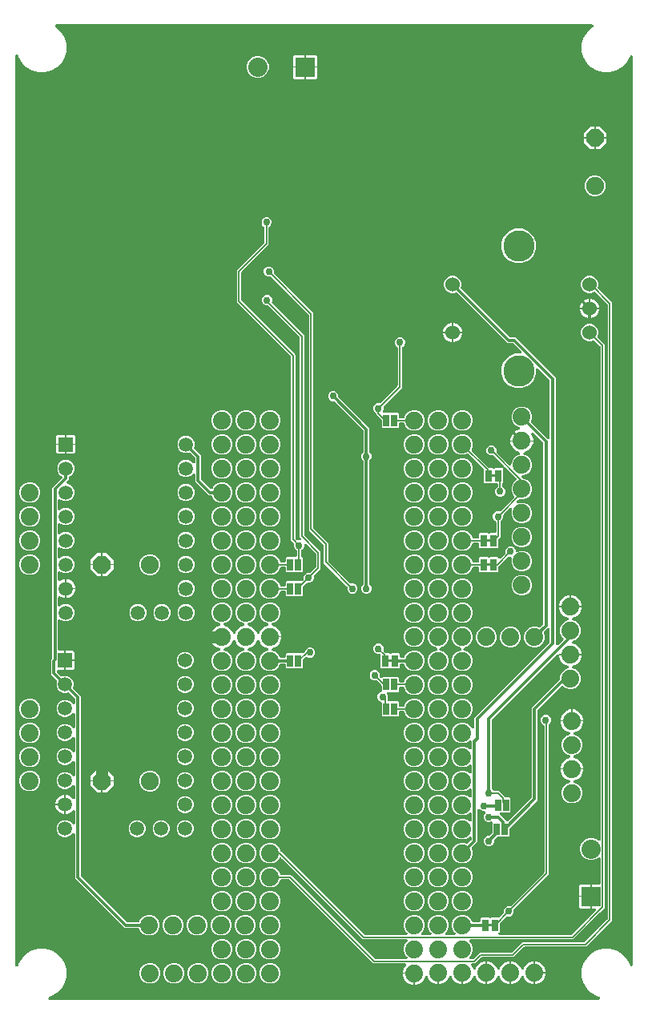
<source format=gbr>
G04 EAGLE Gerber RS-274X export*
G75*
%MOMM*%
%FSLAX34Y34*%
%LPD*%
%INBottom Copper*%
%IPPOS*%
%AMOC8*
5,1,8,0,0,1.08239X$1,22.5*%
G01*
G04 Define Apertures*
%ADD10C,1.905000*%
%ADD11P,2.06195X8X202.5*%
%ADD12C,1.508000*%
%ADD13R,1.508000X1.508000*%
%ADD14C,1.879600*%
%ADD15R,2.032000X2.032000*%
%ADD16C,2.032000*%
%ADD17C,1.524000*%
%ADD18C,3.302000*%
%ADD19R,0.635000X1.270000*%
%ADD20R,0.660400X1.270000*%
%ADD21P,2.06195X8X112.5*%
%ADD22C,1.270000*%
%ADD23C,0.756400*%
%ADD24C,0.304800*%
%ADD25C,0.152400*%
G36*
X271610Y10281D02*
X271015Y10160D01*
X-309115Y10160D01*
X-309813Y10329D01*
X-310287Y10709D01*
X-310574Y11243D01*
X-310631Y11847D01*
X-310447Y12425D01*
X-310053Y12886D01*
X-309510Y13156D01*
X-307402Y13721D01*
X-301436Y17165D01*
X-296565Y22036D01*
X-293121Y28002D01*
X-291338Y34656D01*
X-291338Y41544D01*
X-293121Y48198D01*
X-296565Y54164D01*
X-301436Y59035D01*
X-307402Y62479D01*
X-314056Y64262D01*
X-320944Y64262D01*
X-327598Y62479D01*
X-333564Y59035D01*
X-338435Y54164D01*
X-341879Y48198D01*
X-342444Y46090D01*
X-342788Y45460D01*
X-343277Y45101D01*
X-343867Y44961D01*
X-344465Y45063D01*
X-344976Y45390D01*
X-345319Y45890D01*
X-345440Y46485D01*
X-345440Y1007615D01*
X-345271Y1008313D01*
X-344891Y1008787D01*
X-344357Y1009074D01*
X-343753Y1009131D01*
X-343175Y1008947D01*
X-342714Y1008553D01*
X-342444Y1008010D01*
X-341879Y1005902D01*
X-338435Y999936D01*
X-333564Y995065D01*
X-327598Y991621D01*
X-320944Y989838D01*
X-314056Y989838D01*
X-307402Y991621D01*
X-301436Y995065D01*
X-296565Y999936D01*
X-293121Y1005902D01*
X-291338Y1012556D01*
X-291338Y1019444D01*
X-293121Y1026098D01*
X-296565Y1032064D01*
X-301436Y1036935D01*
X-302928Y1037796D01*
X-303191Y1037988D01*
X-303550Y1038477D01*
X-303689Y1039067D01*
X-303588Y1039665D01*
X-303261Y1040176D01*
X-302761Y1040519D01*
X-302166Y1040640D01*
X264066Y1040640D01*
X264390Y1040605D01*
X264945Y1040361D01*
X265361Y1039920D01*
X265572Y1039351D01*
X265544Y1038745D01*
X265283Y1038198D01*
X264828Y1037796D01*
X263336Y1036935D01*
X258465Y1032064D01*
X255021Y1026098D01*
X253238Y1019444D01*
X253238Y1012556D01*
X255021Y1005902D01*
X258465Y999936D01*
X263336Y995065D01*
X269302Y991621D01*
X275956Y989838D01*
X282844Y989838D01*
X289498Y991621D01*
X295464Y995065D01*
X300335Y999936D01*
X303779Y1005902D01*
X304144Y1007263D01*
X304488Y1007894D01*
X304977Y1008253D01*
X305567Y1008392D01*
X306165Y1008290D01*
X306676Y1007964D01*
X307019Y1007463D01*
X307140Y1006869D01*
X307140Y47231D01*
X306971Y46533D01*
X306591Y46060D01*
X306057Y45772D01*
X305453Y45716D01*
X304875Y45899D01*
X304414Y46294D01*
X304144Y46837D01*
X303779Y48198D01*
X300335Y54164D01*
X295464Y59035D01*
X289498Y62479D01*
X282844Y64262D01*
X275956Y64262D01*
X269302Y62479D01*
X263336Y59035D01*
X258465Y54164D01*
X255021Y48198D01*
X253238Y41544D01*
X253238Y34656D01*
X255021Y28002D01*
X258465Y22036D01*
X263336Y17165D01*
X269302Y13721D01*
X271410Y13156D01*
X272040Y12812D01*
X272399Y12323D01*
X272539Y11733D01*
X272437Y11135D01*
X272110Y10624D01*
X271610Y10281D01*
G37*
%LPC*%
G36*
X-52070Y996482D02*
X-40132Y996482D01*
X-40132Y1008420D01*
X-50582Y1008420D01*
X-52070Y1006932D01*
X-52070Y996482D01*
G37*
G36*
X-38608Y996482D02*
X-26670Y996482D01*
X-26670Y1006932D01*
X-28158Y1008420D01*
X-38608Y1008420D01*
X-38608Y996482D01*
G37*
G36*
X-91694Y984036D02*
X-87046Y984036D01*
X-82752Y985815D01*
X-79465Y989102D01*
X-77686Y993396D01*
X-77686Y998044D01*
X-79465Y1002338D01*
X-82752Y1005625D01*
X-87046Y1007404D01*
X-91694Y1007404D01*
X-95988Y1005625D01*
X-99275Y1002338D01*
X-101054Y998044D01*
X-101054Y993396D01*
X-99275Y989102D01*
X-95988Y985815D01*
X-91694Y984036D01*
G37*
G36*
X-38608Y983020D02*
X-28158Y983020D01*
X-26670Y984508D01*
X-26670Y994958D01*
X-38608Y994958D01*
X-38608Y983020D01*
G37*
G36*
X-50582Y983020D02*
X-40132Y983020D01*
X-40132Y994958D01*
X-52070Y994958D01*
X-52070Y984508D01*
X-50582Y983020D01*
G37*
G36*
X255070Y921512D02*
X266373Y921512D01*
X266373Y932815D01*
X262138Y932815D01*
X255070Y925747D01*
X255070Y921512D01*
G37*
G36*
X267897Y921512D02*
X279200Y921512D01*
X279200Y925747D01*
X272132Y932815D01*
X267897Y932815D01*
X267897Y921512D01*
G37*
G36*
X267897Y908685D02*
X272132Y908685D01*
X279200Y915753D01*
X279200Y919988D01*
X267897Y919988D01*
X267897Y908685D01*
G37*
G36*
X262138Y908685D02*
X266373Y908685D01*
X266373Y919988D01*
X255070Y919988D01*
X255070Y915753D01*
X262138Y908685D01*
G37*
G36*
X264937Y858901D02*
X269333Y858901D01*
X273394Y860583D01*
X276502Y863691D01*
X278184Y867752D01*
X278184Y872148D01*
X276502Y876209D01*
X273394Y879317D01*
X269333Y880999D01*
X264937Y880999D01*
X260876Y879317D01*
X257768Y876209D01*
X256086Y872148D01*
X256086Y867752D01*
X257768Y863691D01*
X260876Y860583D01*
X264937Y858901D01*
G37*
G36*
X-78373Y433578D02*
X-74028Y433578D01*
X-70013Y435241D01*
X-66941Y438313D01*
X-65715Y441273D01*
X-65401Y441750D01*
X-64901Y442093D01*
X-64307Y442214D01*
X-61087Y442214D01*
X-60538Y442112D01*
X-60027Y441785D01*
X-59684Y441284D01*
X-59563Y440690D01*
X-59563Y437519D01*
X-58670Y436626D01*
X-42930Y436626D01*
X-42037Y437519D01*
X-42037Y445462D01*
X-41926Y446034D01*
X-41591Y446539D01*
X-37992Y450139D01*
X-37519Y450460D01*
X-36926Y450585D01*
X-36801Y450561D01*
X-34441Y450561D01*
X-32491Y451368D01*
X-30998Y452861D01*
X-30191Y454811D01*
X-30191Y457143D01*
X-30215Y457260D01*
X-30104Y457856D01*
X-29769Y458362D01*
X-23114Y465016D01*
X-23114Y483547D01*
X-39686Y500119D01*
X-40011Y500602D01*
X-40132Y501196D01*
X-40132Y711899D01*
X-74215Y745982D01*
X-74536Y746454D01*
X-74661Y747048D01*
X-74545Y747643D01*
X-74296Y748245D01*
X-74296Y750355D01*
X-75104Y752306D01*
X-76596Y753798D01*
X-78547Y754606D01*
X-80657Y754606D01*
X-82608Y753798D01*
X-84100Y752306D01*
X-84908Y750355D01*
X-84908Y748245D01*
X-84100Y746294D01*
X-82608Y744802D01*
X-80657Y743994D01*
X-79324Y743994D01*
X-78752Y743883D01*
X-78246Y743548D01*
X-45150Y710452D01*
X-44825Y709969D01*
X-44704Y709374D01*
X-44704Y498671D01*
X-44161Y498128D01*
X-43855Y497689D01*
X-43715Y497099D01*
X-43817Y496501D01*
X-44144Y495990D01*
X-44644Y495647D01*
X-45238Y495526D01*
X-46996Y495526D01*
X-47113Y495502D01*
X-47709Y495613D01*
X-48215Y495948D01*
X-49084Y496817D01*
X-49409Y497300D01*
X-49530Y497894D01*
X-49530Y691587D01*
X-106488Y748544D01*
X-106813Y749027D01*
X-106934Y749622D01*
X-106934Y778202D01*
X-106823Y778774D01*
X-106488Y779279D01*
X-77724Y808043D01*
X-77724Y826035D01*
X-77617Y826596D01*
X-77286Y827105D01*
X-77180Y827176D01*
X-75512Y828844D01*
X-74704Y830795D01*
X-74704Y832905D01*
X-75512Y834856D01*
X-77004Y836348D01*
X-78955Y837156D01*
X-81065Y837156D01*
X-83016Y836348D01*
X-84508Y834856D01*
X-85316Y832905D01*
X-85316Y830795D01*
X-84508Y828844D01*
X-82859Y827196D01*
X-82760Y827130D01*
X-82417Y826630D01*
X-82296Y826035D01*
X-82296Y810568D01*
X-82407Y809996D01*
X-82742Y809491D01*
X-111506Y780727D01*
X-111506Y747097D01*
X-54548Y690139D01*
X-54223Y689656D01*
X-54102Y689062D01*
X-54102Y495369D01*
X-51448Y492715D01*
X-51127Y492243D01*
X-51002Y491649D01*
X-51026Y491524D01*
X-51026Y489165D01*
X-50218Y487214D01*
X-48569Y485566D01*
X-48470Y485500D01*
X-48127Y485000D01*
X-48006Y484405D01*
X-48006Y479298D01*
X-48108Y478749D01*
X-48435Y478238D01*
X-48936Y477895D01*
X-49530Y477774D01*
X-58670Y477774D01*
X-59563Y476881D01*
X-59563Y473710D01*
X-59665Y473161D01*
X-59992Y472650D01*
X-60493Y472307D01*
X-61087Y472186D01*
X-64307Y472186D01*
X-64867Y472293D01*
X-65376Y472624D01*
X-65715Y473127D01*
X-66941Y476087D01*
X-70013Y479159D01*
X-74028Y480822D01*
X-78373Y480822D01*
X-82387Y479159D01*
X-85459Y476087D01*
X-87122Y472073D01*
X-87122Y467728D01*
X-85459Y463713D01*
X-82387Y460641D01*
X-78373Y458978D01*
X-74028Y458978D01*
X-70013Y460641D01*
X-66941Y463713D01*
X-65715Y466673D01*
X-65401Y467150D01*
X-64901Y467493D01*
X-64307Y467614D01*
X-61087Y467614D01*
X-60538Y467512D01*
X-60027Y467185D01*
X-59684Y466684D01*
X-59563Y466090D01*
X-59563Y462919D01*
X-58670Y462026D01*
X-42930Y462026D01*
X-42037Y462919D01*
X-42037Y476881D01*
X-42988Y477832D01*
X-43313Y478315D01*
X-43434Y478910D01*
X-43434Y484405D01*
X-43327Y484966D01*
X-42996Y485475D01*
X-42890Y485546D01*
X-41222Y487214D01*
X-40414Y489165D01*
X-40414Y490702D01*
X-40320Y491229D01*
X-40001Y491745D01*
X-39507Y492096D01*
X-38914Y492226D01*
X-38318Y492114D01*
X-37812Y491779D01*
X-28132Y482099D01*
X-27807Y481616D01*
X-27686Y481022D01*
X-27686Y467541D01*
X-27797Y466969D01*
X-28132Y466464D01*
X-33001Y461594D01*
X-33474Y461273D01*
X-34067Y461148D01*
X-34192Y461173D01*
X-36552Y461173D01*
X-38502Y460365D01*
X-39995Y458872D01*
X-40803Y456922D01*
X-40803Y454590D01*
X-40778Y454473D01*
X-40890Y453877D01*
X-41224Y453371D01*
X-41776Y452820D01*
X-42259Y452495D01*
X-42853Y452374D01*
X-58670Y452374D01*
X-59563Y451481D01*
X-59563Y448310D01*
X-59665Y447761D01*
X-59992Y447250D01*
X-60493Y446907D01*
X-61087Y446786D01*
X-64307Y446786D01*
X-64867Y446893D01*
X-65376Y447224D01*
X-65715Y447727D01*
X-66941Y450687D01*
X-70013Y453759D01*
X-74028Y455422D01*
X-78373Y455422D01*
X-82387Y453759D01*
X-85459Y450687D01*
X-87122Y446673D01*
X-87122Y442328D01*
X-85459Y438313D01*
X-82387Y435241D01*
X-78373Y433578D01*
G37*
G36*
X182903Y788698D02*
X190077Y788698D01*
X196705Y791443D01*
X201778Y796516D01*
X204524Y803144D01*
X204524Y810319D01*
X201778Y816947D01*
X196705Y822020D01*
X190077Y824766D01*
X182903Y824766D01*
X176275Y822020D01*
X171202Y816947D01*
X168456Y810319D01*
X168456Y803144D01*
X171202Y796516D01*
X176275Y791443D01*
X182903Y788698D01*
G37*
G36*
X9699Y439194D02*
X11810Y439194D01*
X13760Y440002D01*
X15253Y441494D01*
X16061Y443445D01*
X16061Y445555D01*
X15253Y447506D01*
X13760Y448998D01*
X11810Y449806D01*
X9478Y449806D01*
X9361Y449782D01*
X8765Y449893D01*
X8259Y450228D01*
X-14540Y473027D01*
X-14865Y473510D01*
X-14986Y474105D01*
X-14986Y492429D01*
X-30288Y507731D01*
X-30613Y508214D01*
X-30734Y508809D01*
X-30734Y735875D01*
X-71878Y777019D01*
X-72199Y777491D01*
X-72324Y778085D01*
X-72300Y778210D01*
X-72300Y780569D01*
X-73108Y782520D01*
X-74600Y784012D01*
X-76551Y784820D01*
X-78661Y784820D01*
X-80612Y784012D01*
X-82104Y782520D01*
X-82912Y780569D01*
X-82912Y778459D01*
X-82104Y776508D01*
X-80612Y775016D01*
X-78661Y774208D01*
X-76330Y774208D01*
X-76213Y774232D01*
X-75617Y774121D01*
X-75111Y773786D01*
X-35752Y734427D01*
X-35427Y733944D01*
X-35306Y733350D01*
X-35306Y506284D01*
X-20004Y490982D01*
X-19679Y490499D01*
X-19558Y489904D01*
X-19558Y471580D01*
X5027Y446995D01*
X5348Y446523D01*
X5473Y445929D01*
X5449Y445804D01*
X5449Y443445D01*
X6256Y441494D01*
X7749Y440002D01*
X9699Y439194D01*
G37*
G36*
X124828Y154178D02*
X129173Y154178D01*
X133187Y155841D01*
X136259Y158913D01*
X137922Y162928D01*
X137922Y167272D01*
X137012Y169471D01*
X136896Y170029D01*
X137007Y170626D01*
X137342Y171131D01*
X142748Y176537D01*
X142748Y210559D01*
X142842Y211086D01*
X143161Y211602D01*
X143655Y211953D01*
X144248Y212083D01*
X144844Y211972D01*
X145350Y211637D01*
X146854Y210132D01*
X148805Y209324D01*
X149881Y209324D01*
X150408Y209230D01*
X150924Y208911D01*
X151275Y208417D01*
X151405Y207824D01*
X151294Y207228D01*
X150959Y206722D01*
X150442Y206206D01*
X149634Y204255D01*
X149634Y202145D01*
X150442Y200194D01*
X151934Y198702D01*
X153885Y197894D01*
X155995Y197894D01*
X156770Y198215D01*
X157304Y198330D01*
X157902Y198228D01*
X158413Y197901D01*
X158756Y197401D01*
X158877Y196807D01*
X158877Y186679D01*
X158766Y186107D01*
X158431Y185601D01*
X156382Y183552D01*
X155899Y183227D01*
X155304Y183106D01*
X153885Y183106D01*
X151934Y182298D01*
X150442Y180806D01*
X149634Y178855D01*
X149634Y176745D01*
X150442Y174794D01*
X151934Y173302D01*
X153885Y172494D01*
X155995Y172494D01*
X157946Y173302D01*
X159438Y174794D01*
X160246Y176745D01*
X160246Y178164D01*
X160357Y178736D01*
X160692Y179242D01*
X163630Y182180D01*
X164113Y182505D01*
X164708Y182626D01*
X175510Y182626D01*
X176403Y183519D01*
X176403Y190257D01*
X176514Y190829D01*
X176849Y191335D01*
X206248Y220733D01*
X206248Y315606D01*
X206359Y316178D01*
X206694Y316684D01*
X231480Y341469D01*
X231941Y341785D01*
X232533Y341915D01*
X233129Y341804D01*
X233635Y341469D01*
X235113Y339991D01*
X239128Y338328D01*
X243473Y338328D01*
X247487Y339991D01*
X250559Y343063D01*
X252222Y347078D01*
X252222Y351423D01*
X250559Y355437D01*
X247487Y358509D01*
X243907Y359992D01*
X243456Y360280D01*
X243101Y360772D01*
X242966Y361364D01*
X243073Y361961D01*
X243404Y362469D01*
X243907Y362808D01*
X248062Y364529D01*
X251421Y367888D01*
X253238Y372275D01*
X253238Y373888D01*
X229339Y373888D01*
X229362Y373772D01*
X229362Y372275D01*
X231179Y367888D01*
X234538Y364529D01*
X238693Y362808D01*
X239144Y362520D01*
X239499Y362028D01*
X239634Y361437D01*
X239527Y360839D01*
X239196Y360331D01*
X238693Y359992D01*
X235113Y358509D01*
X232041Y355437D01*
X230378Y351423D01*
X230378Y349620D01*
X230267Y349048D01*
X229932Y348542D01*
X200152Y318763D01*
X200152Y223890D01*
X200041Y223318D01*
X199706Y222812D01*
X175714Y198820D01*
X175231Y198495D01*
X174636Y198374D01*
X174371Y198374D01*
X173822Y198476D01*
X173311Y198803D01*
X173075Y199147D01*
X166798Y205424D01*
X166492Y205863D01*
X166352Y206453D01*
X166454Y207051D01*
X166781Y207562D01*
X167281Y207905D01*
X167875Y208026D01*
X176780Y208026D01*
X177673Y208919D01*
X177673Y222881D01*
X176780Y223774D01*
X173594Y223774D01*
X173022Y223885D01*
X172516Y224220D01*
X165851Y230886D01*
X160755Y230886D01*
X160194Y230993D01*
X159685Y231324D01*
X159614Y231430D01*
X158434Y232609D01*
X158109Y233093D01*
X157988Y233687D01*
X157988Y305446D01*
X158099Y306018D01*
X158434Y306524D01*
X226760Y374850D01*
X227199Y375156D01*
X227789Y375295D01*
X228387Y375194D01*
X228898Y374867D01*
X228981Y374746D01*
X228981Y375412D01*
X253238Y375412D01*
X253238Y377025D01*
X251421Y381412D01*
X248062Y384771D01*
X243907Y386492D01*
X243456Y386780D01*
X243101Y387272D01*
X242966Y387863D01*
X243073Y388461D01*
X243404Y388969D01*
X243907Y389308D01*
X247487Y390791D01*
X250559Y393863D01*
X252222Y397878D01*
X252222Y402223D01*
X250559Y406237D01*
X247487Y409309D01*
X243907Y410792D01*
X243456Y411080D01*
X243101Y411572D01*
X242966Y412164D01*
X243073Y412761D01*
X243404Y413269D01*
X243907Y413608D01*
X248062Y415329D01*
X251421Y418688D01*
X253238Y423075D01*
X253238Y424688D01*
X229362Y424688D01*
X229362Y423075D01*
X231179Y418688D01*
X234538Y415329D01*
X238693Y413608D01*
X239144Y413320D01*
X239499Y412828D01*
X239634Y412237D01*
X239527Y411639D01*
X239196Y411131D01*
X238693Y410792D01*
X235113Y409309D01*
X232041Y406237D01*
X230378Y402223D01*
X230378Y397878D01*
X232041Y393863D01*
X233519Y392385D01*
X233835Y391924D01*
X233965Y391332D01*
X233854Y390735D01*
X233519Y390230D01*
X228154Y384864D01*
X227715Y384558D01*
X227125Y384419D01*
X226527Y384520D01*
X226016Y384847D01*
X225673Y385347D01*
X225552Y385942D01*
X225552Y667559D01*
X183154Y709958D01*
X177716Y709958D01*
X177144Y710069D01*
X176638Y710404D01*
X125621Y761421D01*
X125300Y761893D01*
X125175Y762486D01*
X125291Y763082D01*
X125784Y764273D01*
X125784Y767910D01*
X124392Y771271D01*
X121820Y773843D01*
X118459Y775236D01*
X114821Y775236D01*
X111460Y773843D01*
X108888Y771271D01*
X107496Y767910D01*
X107496Y764273D01*
X108888Y760912D01*
X111460Y758340D01*
X114821Y756948D01*
X118459Y756948D01*
X119650Y757441D01*
X120209Y757557D01*
X120805Y757445D01*
X121311Y757110D01*
X174559Y703862D01*
X179997Y703862D01*
X180569Y703750D01*
X181075Y703415D01*
X189203Y695287D01*
X189509Y694848D01*
X189649Y694258D01*
X189547Y693660D01*
X189220Y693149D01*
X188720Y692806D01*
X188125Y692686D01*
X182903Y692686D01*
X176275Y689940D01*
X171202Y684867D01*
X168456Y678239D01*
X168456Y671064D01*
X171202Y664436D01*
X176275Y659363D01*
X182903Y656618D01*
X190077Y656618D01*
X196705Y659363D01*
X201778Y664436D01*
X204524Y671064D01*
X204524Y676287D01*
X204618Y676814D01*
X204937Y677330D01*
X205431Y677681D01*
X206024Y677811D01*
X206620Y677700D01*
X207126Y677365D01*
X219010Y665481D01*
X219335Y664997D01*
X219456Y664403D01*
X219456Y604163D01*
X219362Y603636D01*
X219043Y603120D01*
X218549Y602769D01*
X217956Y602639D01*
X217360Y602750D01*
X216854Y603085D01*
X200153Y619787D01*
X199832Y620259D01*
X199706Y620852D01*
X199822Y621447D01*
X200733Y623646D01*
X200733Y627991D01*
X199070Y632005D01*
X195998Y635077D01*
X191983Y636740D01*
X187638Y636740D01*
X183624Y635077D01*
X180552Y632005D01*
X178889Y627991D01*
X178889Y623646D01*
X180552Y619631D01*
X183624Y616559D01*
X187204Y615076D01*
X187655Y614788D01*
X188010Y614296D01*
X188145Y613704D01*
X188038Y613107D01*
X187707Y612599D01*
X187204Y612260D01*
X183049Y610539D01*
X179690Y607180D01*
X177873Y602793D01*
X177873Y601180D01*
X201749Y601180D01*
X201749Y602793D01*
X199889Y607283D01*
X199775Y607793D01*
X199867Y608393D01*
X200185Y608909D01*
X200680Y609260D01*
X201273Y609390D01*
X201869Y609279D01*
X202375Y608944D01*
X211926Y599393D01*
X212251Y598910D01*
X212372Y598315D01*
X212372Y407306D01*
X212261Y406734D01*
X211926Y406228D01*
X209231Y403534D01*
X208759Y403213D01*
X208166Y403088D01*
X207571Y403204D01*
X205372Y404114D01*
X201028Y404114D01*
X197013Y402451D01*
X193941Y399379D01*
X192278Y395365D01*
X192278Y391020D01*
X193941Y387005D01*
X197013Y383933D01*
X201028Y382270D01*
X205373Y382270D01*
X209387Y383933D01*
X212459Y387005D01*
X214122Y391020D01*
X214122Y395364D01*
X213212Y397563D01*
X213096Y398121D01*
X213207Y398718D01*
X213542Y399223D01*
X216854Y402536D01*
X217293Y402842D01*
X217883Y402981D01*
X218481Y402880D01*
X218992Y402553D01*
X219335Y402053D01*
X219456Y401458D01*
X219456Y388675D01*
X219345Y388103D01*
X219010Y387598D01*
X139446Y308034D01*
X139446Y298255D01*
X139356Y297740D01*
X139042Y297221D01*
X138550Y296866D01*
X137958Y296731D01*
X137361Y296838D01*
X136853Y297169D01*
X136514Y297672D01*
X136259Y298287D01*
X133187Y301359D01*
X129173Y303022D01*
X124828Y303022D01*
X120813Y301359D01*
X117741Y298287D01*
X116078Y294273D01*
X116078Y289928D01*
X117741Y285913D01*
X120813Y282841D01*
X124828Y281178D01*
X129173Y281178D01*
X133187Y282841D01*
X134050Y283704D01*
X134489Y284010D01*
X135079Y284150D01*
X135677Y284048D01*
X136188Y283721D01*
X136531Y283221D01*
X136652Y282627D01*
X136652Y276173D01*
X136558Y275647D01*
X136239Y275131D01*
X135745Y274780D01*
X135152Y274650D01*
X134556Y274761D01*
X134050Y275096D01*
X133187Y275959D01*
X129173Y277622D01*
X124828Y277622D01*
X120813Y275959D01*
X117741Y272887D01*
X116078Y268873D01*
X116078Y264528D01*
X117741Y260513D01*
X120813Y257441D01*
X124828Y255778D01*
X129173Y255778D01*
X133187Y257441D01*
X134050Y258304D01*
X134489Y258610D01*
X135079Y258750D01*
X135677Y258648D01*
X136188Y258321D01*
X136531Y257821D01*
X136652Y257227D01*
X136652Y250773D01*
X136558Y250247D01*
X136239Y249731D01*
X135745Y249380D01*
X135152Y249250D01*
X134556Y249361D01*
X134050Y249696D01*
X133187Y250559D01*
X129173Y252222D01*
X124828Y252222D01*
X120813Y250559D01*
X117741Y247487D01*
X116078Y243473D01*
X116078Y239128D01*
X117741Y235113D01*
X120813Y232041D01*
X124828Y230378D01*
X129173Y230378D01*
X133187Y232041D01*
X134050Y232904D01*
X134489Y233210D01*
X135079Y233350D01*
X135677Y233248D01*
X136188Y232921D01*
X136531Y232421D01*
X136652Y231827D01*
X136652Y225373D01*
X136558Y224847D01*
X136239Y224331D01*
X135745Y223980D01*
X135152Y223850D01*
X134556Y223961D01*
X134050Y224296D01*
X133187Y225159D01*
X129173Y226822D01*
X124828Y226822D01*
X120813Y225159D01*
X117741Y222087D01*
X116078Y218073D01*
X116078Y213728D01*
X117741Y209713D01*
X120813Y206641D01*
X124828Y204978D01*
X129173Y204978D01*
X133187Y206641D01*
X134050Y207504D01*
X134489Y207810D01*
X135079Y207950D01*
X135677Y207848D01*
X136188Y207521D01*
X136531Y207021D01*
X136652Y206427D01*
X136652Y199973D01*
X136558Y199447D01*
X136239Y198931D01*
X135745Y198580D01*
X135152Y198450D01*
X134556Y198561D01*
X134050Y198896D01*
X133187Y199759D01*
X129173Y201422D01*
X124828Y201422D01*
X120813Y199759D01*
X117741Y196687D01*
X116078Y192673D01*
X116078Y188328D01*
X117741Y184313D01*
X120813Y181241D01*
X124828Y179578D01*
X129173Y179578D01*
X133187Y181241D01*
X134050Y182104D01*
X134489Y182410D01*
X135079Y182550D01*
X135677Y182448D01*
X136188Y182121D01*
X136531Y181621D01*
X136652Y181027D01*
X136652Y179694D01*
X136541Y179122D01*
X136206Y178616D01*
X133031Y175442D01*
X132559Y175121D01*
X131966Y174996D01*
X131371Y175112D01*
X129172Y176022D01*
X124828Y176022D01*
X120813Y174359D01*
X117741Y171287D01*
X116078Y167273D01*
X116078Y162928D01*
X117741Y158913D01*
X120813Y155841D01*
X124828Y154178D01*
G37*
G36*
X76962Y26162D02*
X78575Y26162D01*
X82962Y27979D01*
X86321Y31338D01*
X87597Y34420D01*
X87886Y34870D01*
X88377Y35225D01*
X88969Y35360D01*
X89566Y35254D01*
X90074Y34923D01*
X90413Y34420D01*
X91479Y31846D01*
X94838Y28487D01*
X99225Y26670D01*
X100838Y26670D01*
X100838Y39370D01*
X102362Y39370D01*
X102362Y26670D01*
X103975Y26670D01*
X108362Y28487D01*
X111721Y31846D01*
X112892Y34674D01*
X113180Y35124D01*
X113672Y35479D01*
X114264Y35614D01*
X114861Y35508D01*
X115369Y35177D01*
X115708Y34674D01*
X116879Y31846D01*
X120238Y28487D01*
X124625Y26670D01*
X126238Y26670D01*
X126238Y39370D01*
X127762Y39370D01*
X127762Y26670D01*
X129375Y26670D01*
X133762Y28487D01*
X137121Y31846D01*
X138292Y34674D01*
X138580Y35124D01*
X139072Y35479D01*
X139664Y35614D01*
X140261Y35508D01*
X140769Y35177D01*
X141108Y34674D01*
X142279Y31846D01*
X145638Y28487D01*
X150025Y26670D01*
X151638Y26670D01*
X151638Y50546D01*
X150025Y50546D01*
X145638Y48729D01*
X142279Y45370D01*
X141108Y42542D01*
X140820Y42092D01*
X140328Y41737D01*
X139736Y41602D01*
X139139Y41708D01*
X138631Y42039D01*
X138292Y42542D01*
X137121Y45370D01*
X136579Y45912D01*
X136273Y46351D01*
X136133Y46941D01*
X136235Y47539D01*
X136562Y48050D01*
X137062Y48393D01*
X137656Y48514D01*
X140647Y48514D01*
X146833Y54700D01*
X147316Y55025D01*
X147910Y55146D01*
X181260Y55146D01*
X191962Y65848D01*
X192445Y66173D01*
X193040Y66294D01*
X258103Y66294D01*
X285242Y93433D01*
X285242Y746812D01*
X270469Y761585D01*
X270148Y762057D01*
X270023Y762650D01*
X270139Y763246D01*
X270564Y764273D01*
X270564Y767910D01*
X269172Y771271D01*
X266600Y773843D01*
X263239Y775236D01*
X259601Y775236D01*
X256240Y773843D01*
X253668Y771271D01*
X252276Y767910D01*
X252276Y764273D01*
X253668Y760912D01*
X256240Y758340D01*
X259601Y756948D01*
X263239Y756948D01*
X266118Y758140D01*
X266676Y758256D01*
X267273Y758145D01*
X267778Y757810D01*
X280224Y745364D01*
X280549Y744881D01*
X280670Y744287D01*
X280670Y702954D01*
X280576Y702427D01*
X280257Y701911D01*
X279763Y701560D01*
X279170Y701430D01*
X278574Y701541D01*
X278068Y701876D01*
X270085Y709859D01*
X269765Y710331D01*
X269639Y710924D01*
X269755Y711520D01*
X270564Y713473D01*
X270564Y717110D01*
X269172Y720471D01*
X266600Y723043D01*
X263239Y724436D01*
X259601Y724436D01*
X256240Y723043D01*
X253668Y720471D01*
X252276Y717110D01*
X252276Y713473D01*
X253668Y710112D01*
X256240Y707540D01*
X259601Y706148D01*
X263239Y706148D01*
X265192Y706956D01*
X265751Y707072D01*
X266347Y706961D01*
X266853Y706626D01*
X272604Y700875D01*
X272929Y700392D01*
X273050Y699797D01*
X273050Y179423D01*
X272956Y178896D01*
X272637Y178380D01*
X272143Y178029D01*
X271550Y177899D01*
X270954Y178010D01*
X270448Y178345D01*
X269508Y179285D01*
X265214Y181064D01*
X260566Y181064D01*
X256272Y179285D01*
X252985Y175998D01*
X251206Y171704D01*
X251206Y167056D01*
X252985Y162762D01*
X256272Y159475D01*
X260566Y157696D01*
X265214Y157696D01*
X269508Y159475D01*
X270448Y160415D01*
X270887Y160721D01*
X271477Y160860D01*
X272075Y160759D01*
X272586Y160432D01*
X272929Y159932D01*
X273050Y159337D01*
X273050Y133604D01*
X272948Y133055D01*
X272621Y132544D01*
X272120Y132201D01*
X271526Y132080D01*
X263652Y132080D01*
X263652Y106680D01*
X266831Y106680D01*
X267357Y106586D01*
X267873Y106267D01*
X268224Y105773D01*
X268355Y105180D01*
X268243Y104584D01*
X267908Y104078D01*
X242762Y78932D01*
X242279Y78607D01*
X241685Y78486D01*
X166490Y78486D01*
X165963Y78580D01*
X165447Y78899D01*
X165096Y79393D01*
X164966Y79986D01*
X165077Y80582D01*
X165412Y81088D01*
X166243Y81919D01*
X166243Y89862D01*
X166354Y90434D01*
X166689Y90939D01*
X173463Y97714D01*
X173936Y98035D01*
X174529Y98160D01*
X174654Y98136D01*
X177014Y98136D01*
X178964Y98943D01*
X180457Y100436D01*
X181265Y102386D01*
X181265Y104718D01*
X181240Y104835D01*
X181352Y105431D01*
X181686Y105937D01*
X218186Y142436D01*
X218186Y300580D01*
X218297Y301152D01*
X218632Y301658D01*
X219584Y302609D01*
X220391Y304559D01*
X220391Y306670D01*
X219584Y308620D01*
X218091Y310113D01*
X216141Y310921D01*
X214030Y310921D01*
X212080Y310113D01*
X210587Y308620D01*
X209779Y306670D01*
X209779Y304559D01*
X210587Y302609D01*
X212080Y301116D01*
X212673Y300871D01*
X213150Y300557D01*
X213493Y300057D01*
X213614Y299463D01*
X213614Y144961D01*
X213503Y144389D01*
X213168Y143884D01*
X178454Y109169D01*
X177981Y108848D01*
X177388Y108723D01*
X177263Y108748D01*
X174903Y108748D01*
X172953Y107940D01*
X171460Y106447D01*
X170653Y104497D01*
X170653Y102165D01*
X170677Y102048D01*
X170566Y101452D01*
X170231Y100946D01*
X166504Y97220D01*
X166021Y96895D01*
X165427Y96774D01*
X157484Y96774D01*
X157288Y96578D01*
X156827Y96262D01*
X156234Y96132D01*
X155638Y96243D01*
X155132Y96578D01*
X154936Y96774D01*
X147070Y96774D01*
X146177Y95881D01*
X146177Y93472D01*
X146075Y92923D01*
X145748Y92412D01*
X145247Y92069D01*
X144653Y91948D01*
X138578Y91948D01*
X138017Y92055D01*
X137509Y92386D01*
X137170Y92889D01*
X136259Y95087D01*
X133187Y98159D01*
X129173Y99822D01*
X124828Y99822D01*
X120813Y98159D01*
X117741Y95087D01*
X116078Y91073D01*
X116078Y86728D01*
X117741Y82713D01*
X119366Y81088D01*
X119672Y80649D01*
X119812Y80059D01*
X119710Y79461D01*
X119383Y78950D01*
X118883Y78607D01*
X118289Y78486D01*
X110311Y78486D01*
X109785Y78580D01*
X109269Y78899D01*
X108918Y79393D01*
X108788Y79986D01*
X108899Y80582D01*
X109234Y81088D01*
X110859Y82713D01*
X112522Y86728D01*
X112522Y91073D01*
X110859Y95087D01*
X107787Y98159D01*
X103773Y99822D01*
X99428Y99822D01*
X95413Y98159D01*
X92341Y95087D01*
X90678Y91073D01*
X90678Y86728D01*
X92341Y82713D01*
X93966Y81088D01*
X94272Y80649D01*
X94412Y80059D01*
X94310Y79461D01*
X93983Y78950D01*
X93483Y78607D01*
X92889Y78486D01*
X84911Y78486D01*
X84385Y78580D01*
X83869Y78899D01*
X83518Y79393D01*
X83388Y79986D01*
X83499Y80582D01*
X83834Y81088D01*
X85459Y82713D01*
X87122Y86728D01*
X87122Y91073D01*
X85459Y95087D01*
X82387Y98159D01*
X78373Y99822D01*
X74028Y99822D01*
X70013Y98159D01*
X66941Y95087D01*
X65278Y91073D01*
X65278Y86728D01*
X66941Y82713D01*
X68566Y81088D01*
X68872Y80649D01*
X69012Y80059D01*
X68910Y79461D01*
X68583Y78950D01*
X68083Y78607D01*
X67489Y78486D01*
X24438Y78486D01*
X23866Y78597D01*
X23361Y78932D01*
X-65275Y167568D01*
X-65605Y168062D01*
X-66941Y171287D01*
X-70013Y174359D01*
X-74028Y176022D01*
X-78373Y176022D01*
X-82387Y174359D01*
X-85459Y171287D01*
X-87122Y167273D01*
X-87122Y162928D01*
X-85459Y158913D01*
X-82387Y155841D01*
X-78373Y154178D01*
X-74028Y154178D01*
X-70013Y155841D01*
X-66941Y158913D01*
X-66685Y159532D01*
X-66388Y159991D01*
X-65893Y160342D01*
X-65301Y160472D01*
X-64705Y160361D01*
X-64199Y160026D01*
X21913Y73914D01*
X67489Y73914D01*
X68015Y73820D01*
X68531Y73501D01*
X68882Y73007D01*
X69013Y72414D01*
X68901Y71818D01*
X68566Y71312D01*
X66941Y69687D01*
X65278Y65673D01*
X65278Y61328D01*
X66941Y57313D01*
X68566Y55688D01*
X68872Y55249D01*
X69012Y54659D01*
X68910Y54061D01*
X68583Y53550D01*
X68083Y53207D01*
X67489Y53086D01*
X35368Y53086D01*
X34796Y53197D01*
X34290Y53532D01*
X-54164Y141986D01*
X-64307Y141986D01*
X-64867Y142093D01*
X-65376Y142424D01*
X-65715Y142927D01*
X-66941Y145887D01*
X-70013Y148959D01*
X-74028Y150622D01*
X-78373Y150622D01*
X-82387Y148959D01*
X-85459Y145887D01*
X-87122Y141873D01*
X-87122Y137528D01*
X-85459Y133513D01*
X-82387Y130441D01*
X-78373Y128778D01*
X-74028Y128778D01*
X-70013Y130441D01*
X-66941Y133513D01*
X-65715Y136473D01*
X-65401Y136950D01*
X-64901Y137293D01*
X-64307Y137414D01*
X-56689Y137414D01*
X-56117Y137303D01*
X-55611Y136968D01*
X32843Y48514D01*
X66052Y48514D01*
X66579Y48420D01*
X67095Y48101D01*
X67446Y47607D01*
X67576Y47014D01*
X67464Y46418D01*
X67129Y45912D01*
X66079Y44862D01*
X64262Y40475D01*
X64262Y38862D01*
X76962Y38862D01*
X76962Y26162D01*
G37*
G36*
X251260Y741454D02*
X260658Y741454D01*
X260658Y750852D01*
X259399Y750852D01*
X255665Y749305D01*
X252807Y746447D01*
X251260Y742713D01*
X251260Y741454D01*
G37*
G36*
X262182Y741454D02*
X271580Y741454D01*
X271580Y742713D01*
X270033Y746447D01*
X267175Y749305D01*
X263441Y750852D01*
X262182Y750852D01*
X262182Y741454D01*
G37*
G36*
X262182Y730532D02*
X263441Y730532D01*
X267175Y732078D01*
X270033Y734936D01*
X271580Y738671D01*
X271580Y739930D01*
X262182Y739930D01*
X262182Y730532D01*
G37*
G36*
X259399Y730532D02*
X260658Y730532D01*
X260658Y739930D01*
X251260Y739930D01*
X251260Y738671D01*
X252807Y734936D01*
X255665Y732078D01*
X259399Y730532D01*
G37*
G36*
X117402Y716054D02*
X126800Y716054D01*
X126800Y717313D01*
X125253Y721047D01*
X122395Y723905D01*
X118661Y725452D01*
X117402Y725452D01*
X117402Y716054D01*
G37*
G36*
X106480Y716054D02*
X115878Y716054D01*
X115878Y725452D01*
X114619Y725452D01*
X110885Y723905D01*
X108027Y721047D01*
X106480Y717313D01*
X106480Y716054D01*
G37*
G36*
X114619Y705132D02*
X115878Y705132D01*
X115878Y714530D01*
X106480Y714530D01*
X106480Y713271D01*
X108027Y709536D01*
X110885Y706678D01*
X114619Y705132D01*
G37*
G36*
X117402Y705132D02*
X118661Y705132D01*
X122395Y706678D01*
X125253Y709536D01*
X126800Y713271D01*
X126800Y714530D01*
X117402Y714530D01*
X117402Y705132D01*
G37*
G36*
X74028Y611378D02*
X78373Y611378D01*
X82387Y613041D01*
X85459Y616113D01*
X87122Y620128D01*
X87122Y624473D01*
X85459Y628487D01*
X82387Y631559D01*
X78373Y633222D01*
X74028Y633222D01*
X70013Y631559D01*
X66941Y628487D01*
X65715Y625527D01*
X65401Y625050D01*
X64901Y624707D01*
X64307Y624586D01*
X61087Y624586D01*
X60538Y624688D01*
X60027Y625015D01*
X59684Y625516D01*
X59563Y626110D01*
X59563Y629281D01*
X58670Y630174D01*
X44125Y630174D01*
X43587Y630272D01*
X43073Y630595D01*
X42726Y631092D01*
X42601Y631686D01*
X42717Y632281D01*
X43406Y633945D01*
X43406Y636276D01*
X43382Y636393D01*
X43493Y636989D01*
X43828Y637495D01*
X63246Y656913D01*
X63246Y699035D01*
X63353Y699596D01*
X63684Y700105D01*
X63790Y700176D01*
X65458Y701844D01*
X66266Y703795D01*
X66266Y705905D01*
X65458Y707856D01*
X63966Y709348D01*
X62015Y710156D01*
X59905Y710156D01*
X57954Y709348D01*
X56462Y707856D01*
X55654Y705905D01*
X55654Y703795D01*
X56462Y701844D01*
X58111Y700196D01*
X58210Y700130D01*
X58553Y699630D01*
X58674Y699035D01*
X58674Y659438D01*
X58563Y658866D01*
X58228Y658361D01*
X40595Y640728D01*
X40123Y640407D01*
X39529Y640282D01*
X39404Y640306D01*
X37045Y640306D01*
X35094Y639498D01*
X33602Y638006D01*
X32794Y636055D01*
X32794Y633945D01*
X33602Y631994D01*
X35251Y630346D01*
X35350Y630280D01*
X35693Y629780D01*
X35814Y629185D01*
X35814Y628846D01*
X41591Y623069D01*
X41916Y622586D01*
X42037Y621992D01*
X42037Y615319D01*
X42930Y614426D01*
X58670Y614426D01*
X59563Y615319D01*
X59563Y618490D01*
X59665Y619039D01*
X59992Y619550D01*
X60493Y619893D01*
X61087Y620014D01*
X64307Y620014D01*
X64867Y619907D01*
X65376Y619576D01*
X65715Y619073D01*
X66941Y616113D01*
X70013Y613041D01*
X74028Y611378D01*
G37*
G36*
X24345Y439194D02*
X26455Y439194D01*
X28406Y440002D01*
X29898Y441494D01*
X30706Y443445D01*
X30706Y445555D01*
X29898Y447506D01*
X28894Y448509D01*
X28569Y448993D01*
X28448Y449587D01*
X28448Y579113D01*
X28559Y579685D01*
X28894Y580191D01*
X29898Y581194D01*
X30706Y583145D01*
X30706Y585255D01*
X29898Y587206D01*
X28894Y588209D01*
X28569Y588693D01*
X28448Y589287D01*
X28448Y614141D01*
X-3848Y646436D01*
X-4173Y646919D01*
X-4294Y647514D01*
X-4294Y648933D01*
X-5102Y650884D01*
X-6594Y652376D01*
X-8545Y653184D01*
X-10655Y653184D01*
X-12606Y652376D01*
X-14098Y650884D01*
X-14906Y648933D01*
X-14906Y646823D01*
X-14098Y644872D01*
X-12606Y643380D01*
X-10655Y642572D01*
X-9236Y642572D01*
X-8664Y642461D01*
X-8158Y642126D01*
X21906Y612062D01*
X22231Y611579D01*
X22352Y610984D01*
X22352Y589287D01*
X22241Y588715D01*
X21906Y588209D01*
X20902Y587206D01*
X20094Y585255D01*
X20094Y583145D01*
X20902Y581194D01*
X21906Y580191D01*
X22231Y579707D01*
X22352Y579113D01*
X22352Y449587D01*
X22241Y449015D01*
X21906Y448509D01*
X20902Y447506D01*
X20094Y445555D01*
X20094Y443445D01*
X20902Y441494D01*
X22394Y440002D01*
X24345Y439194D01*
G37*
G36*
X-103773Y611378D02*
X-99428Y611378D01*
X-95413Y613041D01*
X-92341Y616113D01*
X-90678Y620128D01*
X-90678Y624473D01*
X-92341Y628487D01*
X-95413Y631559D01*
X-99428Y633222D01*
X-103773Y633222D01*
X-107787Y631559D01*
X-110859Y628487D01*
X-112522Y624473D01*
X-112522Y620128D01*
X-110859Y616113D01*
X-107787Y613041D01*
X-103773Y611378D01*
G37*
G36*
X-78373Y611378D02*
X-74028Y611378D01*
X-70013Y613041D01*
X-66941Y616113D01*
X-65278Y620128D01*
X-65278Y624473D01*
X-66941Y628487D01*
X-70013Y631559D01*
X-74028Y633222D01*
X-78373Y633222D01*
X-82387Y631559D01*
X-85459Y628487D01*
X-87122Y624473D01*
X-87122Y620128D01*
X-85459Y616113D01*
X-82387Y613041D01*
X-78373Y611378D01*
G37*
G36*
X99428Y611378D02*
X103773Y611378D01*
X107787Y613041D01*
X110859Y616113D01*
X112522Y620128D01*
X112522Y624473D01*
X110859Y628487D01*
X107787Y631559D01*
X103773Y633222D01*
X99428Y633222D01*
X95413Y631559D01*
X92341Y628487D01*
X90678Y624473D01*
X90678Y620128D01*
X92341Y616113D01*
X95413Y613041D01*
X99428Y611378D01*
G37*
G36*
X124828Y611378D02*
X129173Y611378D01*
X133187Y613041D01*
X136259Y616113D01*
X137922Y620128D01*
X137922Y624473D01*
X136259Y628487D01*
X133187Y631559D01*
X129173Y633222D01*
X124828Y633222D01*
X120813Y631559D01*
X117741Y628487D01*
X116078Y624473D01*
X116078Y620128D01*
X117741Y616113D01*
X120813Y613041D01*
X124828Y611378D01*
G37*
G36*
X-129173Y611378D02*
X-124828Y611378D01*
X-120813Y613041D01*
X-117741Y616113D01*
X-116078Y620128D01*
X-116078Y624473D01*
X-117741Y628487D01*
X-120813Y631559D01*
X-124828Y633222D01*
X-129173Y633222D01*
X-133187Y631559D01*
X-136259Y628487D01*
X-137922Y624473D01*
X-137922Y620128D01*
X-136259Y616113D01*
X-133187Y613041D01*
X-129173Y611378D01*
G37*
G36*
X165847Y541821D02*
X167957Y541821D01*
X169908Y542629D01*
X171400Y544121D01*
X172208Y546071D01*
X172208Y548182D01*
X171400Y550133D01*
X169751Y551781D01*
X169652Y551847D01*
X169309Y552347D01*
X169188Y552941D01*
X169188Y555402D01*
X169299Y555974D01*
X169634Y556480D01*
X170053Y556899D01*
X170053Y571340D01*
X170145Y571857D01*
X169639Y571754D01*
X161294Y571754D01*
X161098Y571558D01*
X160637Y571242D01*
X160044Y571112D01*
X159448Y571223D01*
X158942Y571558D01*
X158746Y571754D01*
X156010Y571754D01*
X155438Y571865D01*
X154933Y572200D01*
X137026Y590107D01*
X136705Y590579D01*
X136580Y591172D01*
X136696Y591767D01*
X137922Y594728D01*
X137922Y599073D01*
X136259Y603087D01*
X133187Y606159D01*
X129173Y607822D01*
X124828Y607822D01*
X120813Y606159D01*
X117741Y603087D01*
X116078Y599073D01*
X116078Y594728D01*
X117741Y590713D01*
X120813Y587641D01*
X124828Y585978D01*
X129173Y585978D01*
X132133Y587204D01*
X132691Y587320D01*
X133288Y587209D01*
X133793Y586874D01*
X149541Y571126D01*
X149866Y570643D01*
X149987Y570049D01*
X149987Y556899D01*
X150880Y556006D01*
X158746Y556006D01*
X158942Y556202D01*
X159403Y556518D01*
X159996Y556648D01*
X160592Y556537D01*
X161098Y556202D01*
X161294Y556006D01*
X163092Y556006D01*
X163641Y555904D01*
X164152Y555577D01*
X164495Y555076D01*
X164616Y554482D01*
X164616Y552941D01*
X164509Y552381D01*
X164178Y551872D01*
X164072Y551801D01*
X162404Y550133D01*
X161596Y548182D01*
X161596Y546071D01*
X162404Y544121D01*
X163896Y542629D01*
X165847Y541821D01*
G37*
G36*
X-103773Y585978D02*
X-99428Y585978D01*
X-95413Y587641D01*
X-92341Y590713D01*
X-90678Y594728D01*
X-90678Y599073D01*
X-92341Y603087D01*
X-95413Y606159D01*
X-99428Y607822D01*
X-103773Y607822D01*
X-107787Y606159D01*
X-110859Y603087D01*
X-112522Y599073D01*
X-112522Y594728D01*
X-110859Y590713D01*
X-107787Y587641D01*
X-103773Y585978D01*
G37*
G36*
X-129173Y585978D02*
X-124828Y585978D01*
X-120813Y587641D01*
X-117741Y590713D01*
X-116078Y594728D01*
X-116078Y599073D01*
X-117741Y603087D01*
X-120813Y606159D01*
X-124828Y607822D01*
X-129173Y607822D01*
X-133187Y606159D01*
X-136259Y603087D01*
X-137922Y599073D01*
X-137922Y594728D01*
X-136259Y590713D01*
X-133187Y587641D01*
X-129173Y585978D01*
G37*
G36*
X-78373Y585978D02*
X-74028Y585978D01*
X-70013Y587641D01*
X-66941Y590713D01*
X-65278Y594728D01*
X-65278Y599073D01*
X-66941Y603087D01*
X-70013Y606159D01*
X-74028Y607822D01*
X-78373Y607822D01*
X-82387Y606159D01*
X-85459Y603087D01*
X-87122Y599073D01*
X-87122Y594728D01*
X-85459Y590713D01*
X-82387Y587641D01*
X-78373Y585978D01*
G37*
G36*
X74028Y585978D02*
X78373Y585978D01*
X82387Y587641D01*
X85459Y590713D01*
X87122Y594728D01*
X87122Y599073D01*
X85459Y603087D01*
X82387Y606159D01*
X78373Y607822D01*
X74028Y607822D01*
X70013Y606159D01*
X66941Y603087D01*
X65278Y599073D01*
X65278Y594728D01*
X66941Y590713D01*
X70013Y587641D01*
X74028Y585978D01*
G37*
G36*
X99428Y585978D02*
X103773Y585978D01*
X107787Y587641D01*
X110859Y590713D01*
X112522Y594728D01*
X112522Y599073D01*
X110859Y603087D01*
X107787Y606159D01*
X103773Y607822D01*
X99428Y607822D01*
X95413Y606159D01*
X92341Y603087D01*
X90678Y599073D01*
X90678Y594728D01*
X92341Y590713D01*
X95413Y587641D01*
X99428Y585978D01*
G37*
G36*
X-302180Y597662D02*
X-292862Y597662D01*
X-292862Y606980D01*
X-300692Y606980D01*
X-302180Y605492D01*
X-302180Y597662D01*
G37*
G36*
X-291338Y597662D02*
X-282020Y597662D01*
X-282020Y605492D01*
X-283508Y606980D01*
X-291338Y606980D01*
X-291338Y597662D01*
G37*
G36*
X-129173Y535178D02*
X-124828Y535178D01*
X-120813Y536841D01*
X-117741Y539913D01*
X-116078Y543928D01*
X-116078Y548273D01*
X-117741Y552287D01*
X-120813Y555359D01*
X-124828Y557022D01*
X-129173Y557022D01*
X-133187Y555359D01*
X-136259Y552287D01*
X-136944Y550634D01*
X-137240Y550175D01*
X-137735Y549824D01*
X-138327Y549694D01*
X-138924Y549805D01*
X-139429Y550140D01*
X-148906Y559616D01*
X-149231Y560099D01*
X-149352Y560694D01*
X-149352Y585463D01*
X-156180Y592291D01*
X-156501Y592763D01*
X-156626Y593356D01*
X-156511Y593951D01*
X-156036Y595097D01*
X-156036Y598703D01*
X-157416Y602034D01*
X-159966Y604584D01*
X-163297Y605964D01*
X-166903Y605964D01*
X-170234Y604584D01*
X-172784Y602034D01*
X-174164Y598703D01*
X-174164Y595097D01*
X-172784Y591766D01*
X-170234Y589216D01*
X-166903Y587836D01*
X-163297Y587836D01*
X-162151Y588311D01*
X-161593Y588426D01*
X-160996Y588315D01*
X-160491Y587980D01*
X-155894Y583384D01*
X-155569Y582901D01*
X-155448Y582306D01*
X-155448Y578346D01*
X-155542Y577819D01*
X-155861Y577303D01*
X-156355Y576952D01*
X-156948Y576822D01*
X-157544Y576933D01*
X-158050Y577268D01*
X-159966Y579184D01*
X-163297Y580564D01*
X-166903Y580564D01*
X-170234Y579184D01*
X-172784Y576634D01*
X-174164Y573303D01*
X-174164Y569697D01*
X-172784Y566366D01*
X-170234Y563816D01*
X-166903Y562436D01*
X-163297Y562436D01*
X-159966Y563816D01*
X-158050Y565732D01*
X-157611Y566038D01*
X-157021Y566178D01*
X-156423Y566076D01*
X-155912Y565749D01*
X-155569Y565249D01*
X-155448Y564654D01*
X-155448Y557537D01*
X-140963Y543052D01*
X-138578Y543052D01*
X-138017Y542945D01*
X-137509Y542614D01*
X-137170Y542111D01*
X-136259Y539913D01*
X-133187Y536841D01*
X-129173Y535178D01*
G37*
G36*
X124828Y484378D02*
X129173Y484378D01*
X133187Y486041D01*
X136259Y489113D01*
X137485Y492073D01*
X137799Y492550D01*
X138299Y492893D01*
X138893Y493014D01*
X143383Y493014D01*
X143932Y492912D01*
X144443Y492585D01*
X144786Y492084D01*
X144907Y491490D01*
X144907Y488319D01*
X145800Y487426D01*
X153666Y487426D01*
X153862Y487622D01*
X154323Y487938D01*
X154916Y488068D01*
X155512Y487957D01*
X156018Y487622D01*
X156214Y487426D01*
X164080Y487426D01*
X164973Y488319D01*
X164973Y496262D01*
X165084Y496834D01*
X165419Y497339D01*
X167386Y499306D01*
X167386Y515331D01*
X167497Y515903D01*
X167832Y516409D01*
X169118Y517694D01*
X169926Y519645D01*
X169926Y521662D01*
X170037Y522234D01*
X170372Y522739D01*
X176912Y529279D01*
X177339Y529580D01*
X177929Y529724D01*
X178527Y529627D01*
X179041Y529304D01*
X179388Y528807D01*
X179513Y528213D01*
X179397Y527618D01*
X178889Y526391D01*
X178889Y522046D01*
X180552Y518031D01*
X183624Y514959D01*
X187638Y513296D01*
X191983Y513296D01*
X195998Y514959D01*
X199070Y518031D01*
X200733Y522046D01*
X200733Y526391D01*
X199070Y530405D01*
X195998Y533477D01*
X191983Y535140D01*
X187638Y535140D01*
X186411Y534632D01*
X185901Y534517D01*
X185301Y534609D01*
X184785Y534928D01*
X184434Y535423D01*
X184304Y536015D01*
X184415Y536612D01*
X184750Y537117D01*
X185992Y538359D01*
X186464Y538680D01*
X187058Y538806D01*
X187622Y538696D01*
X191983Y538696D01*
X195998Y540359D01*
X199070Y543431D01*
X200733Y547446D01*
X200733Y551791D01*
X199070Y555805D01*
X195998Y558877D01*
X191983Y560540D01*
X191629Y560540D01*
X191057Y560651D01*
X190552Y560986D01*
X190044Y561494D01*
X189738Y561933D01*
X189598Y562523D01*
X189700Y563121D01*
X190027Y563632D01*
X190527Y563975D01*
X191121Y564096D01*
X191983Y564096D01*
X195998Y565759D01*
X199070Y568831D01*
X200733Y572846D01*
X200733Y577191D01*
X199070Y581205D01*
X195998Y584277D01*
X192418Y585760D01*
X191967Y586048D01*
X191612Y586540D01*
X191477Y587132D01*
X191584Y587729D01*
X191915Y588237D01*
X192418Y588576D01*
X196573Y590297D01*
X199931Y593656D01*
X201749Y598043D01*
X201749Y599656D01*
X177873Y599656D01*
X177873Y598043D01*
X179690Y593656D01*
X183049Y590297D01*
X187204Y588576D01*
X187655Y588288D01*
X188010Y587796D01*
X188145Y587205D01*
X188038Y586607D01*
X187707Y586099D01*
X187204Y585760D01*
X183624Y584277D01*
X180552Y581205D01*
X178889Y577191D01*
X178889Y576328D01*
X178795Y575802D01*
X178476Y575286D01*
X177982Y574935D01*
X177389Y574805D01*
X176793Y574916D01*
X176287Y575251D01*
X163232Y588306D01*
X162907Y588789D01*
X162786Y589383D01*
X162786Y591605D01*
X161978Y593556D01*
X160486Y595048D01*
X158535Y595856D01*
X156425Y595856D01*
X154474Y595048D01*
X152982Y593556D01*
X152174Y591605D01*
X152174Y589495D01*
X152982Y587544D01*
X154474Y586052D01*
X156425Y585244D01*
X158562Y585244D01*
X159068Y585349D01*
X159664Y585238D01*
X160170Y584903D01*
X170717Y574356D01*
X171023Y573917D01*
X171162Y573327D01*
X171065Y572757D01*
X171553Y572864D01*
X172149Y572753D01*
X172655Y572418D01*
X183832Y561240D01*
X184148Y560779D01*
X184278Y560187D01*
X184167Y559591D01*
X183832Y559085D01*
X180552Y555805D01*
X178889Y551791D01*
X178889Y547446D01*
X180552Y543431D01*
X181497Y542486D01*
X181813Y542025D01*
X181944Y541432D01*
X181832Y540836D01*
X181497Y540330D01*
X167455Y526287D01*
X166983Y525967D01*
X166389Y525841D01*
X165794Y525957D01*
X165676Y526006D01*
X163565Y526006D01*
X161614Y525198D01*
X160122Y523706D01*
X159314Y521755D01*
X159314Y519645D01*
X160122Y517694D01*
X161614Y516202D01*
X161873Y516095D01*
X162350Y515781D01*
X162693Y515281D01*
X162814Y514687D01*
X162814Y504698D01*
X162712Y504149D01*
X162385Y503638D01*
X161884Y503295D01*
X161290Y503174D01*
X156214Y503174D01*
X156018Y502978D01*
X155557Y502662D01*
X154964Y502532D01*
X154368Y502643D01*
X153862Y502978D01*
X153666Y503174D01*
X145800Y503174D01*
X144907Y502281D01*
X144907Y499110D01*
X144805Y498561D01*
X144478Y498050D01*
X143977Y497707D01*
X143383Y497586D01*
X138893Y497586D01*
X138333Y497693D01*
X137824Y498024D01*
X137485Y498527D01*
X136259Y501487D01*
X133187Y504559D01*
X129173Y506222D01*
X124828Y506222D01*
X120813Y504559D01*
X117741Y501487D01*
X116078Y497473D01*
X116078Y493128D01*
X117741Y489113D01*
X120813Y486041D01*
X124828Y484378D01*
G37*
G36*
X-300692Y586820D02*
X-292862Y586820D01*
X-292862Y596138D01*
X-302180Y596138D01*
X-302180Y588308D01*
X-300692Y586820D01*
G37*
G36*
X-291338Y586820D02*
X-283508Y586820D01*
X-282020Y588308D01*
X-282020Y596138D01*
X-291338Y596138D01*
X-291338Y586820D01*
G37*
G36*
X99428Y560578D02*
X103773Y560578D01*
X107787Y562241D01*
X110859Y565313D01*
X112522Y569328D01*
X112522Y573673D01*
X110859Y577687D01*
X107787Y580759D01*
X103773Y582422D01*
X99428Y582422D01*
X95413Y580759D01*
X92341Y577687D01*
X90678Y573673D01*
X90678Y569328D01*
X92341Y565313D01*
X95413Y562241D01*
X99428Y560578D01*
G37*
G36*
X-129173Y560578D02*
X-124828Y560578D01*
X-120813Y562241D01*
X-117741Y565313D01*
X-116078Y569328D01*
X-116078Y573673D01*
X-117741Y577687D01*
X-120813Y580759D01*
X-124828Y582422D01*
X-129173Y582422D01*
X-133187Y580759D01*
X-136259Y577687D01*
X-137922Y573673D01*
X-137922Y569328D01*
X-136259Y565313D01*
X-133187Y562241D01*
X-129173Y560578D01*
G37*
G36*
X-103773Y560578D02*
X-99428Y560578D01*
X-95413Y562241D01*
X-92341Y565313D01*
X-90678Y569328D01*
X-90678Y573673D01*
X-92341Y577687D01*
X-95413Y580759D01*
X-99428Y582422D01*
X-103773Y582422D01*
X-107787Y580759D01*
X-110859Y577687D01*
X-112522Y573673D01*
X-112522Y569328D01*
X-110859Y565313D01*
X-107787Y562241D01*
X-103773Y560578D01*
G37*
G36*
X-78373Y560578D02*
X-74028Y560578D01*
X-70013Y562241D01*
X-66941Y565313D01*
X-65278Y569328D01*
X-65278Y573673D01*
X-66941Y577687D01*
X-70013Y580759D01*
X-74028Y582422D01*
X-78373Y582422D01*
X-82387Y580759D01*
X-85459Y577687D01*
X-87122Y573673D01*
X-87122Y569328D01*
X-85459Y565313D01*
X-82387Y562241D01*
X-78373Y560578D01*
G37*
G36*
X74028Y560578D02*
X78373Y560578D01*
X82387Y562241D01*
X85459Y565313D01*
X87122Y569328D01*
X87122Y573673D01*
X85459Y577687D01*
X82387Y580759D01*
X78373Y582422D01*
X74028Y582422D01*
X70013Y580759D01*
X66941Y577687D01*
X65278Y573673D01*
X65278Y569328D01*
X66941Y565313D01*
X70013Y562241D01*
X74028Y560578D01*
G37*
G36*
X124828Y560578D02*
X129173Y560578D01*
X133187Y562241D01*
X136259Y565313D01*
X137922Y569328D01*
X137922Y573673D01*
X136259Y577687D01*
X133187Y580759D01*
X129173Y582422D01*
X124828Y582422D01*
X120813Y580759D01*
X117741Y577687D01*
X116078Y573673D01*
X116078Y569328D01*
X117741Y565313D01*
X120813Y562241D01*
X124828Y560578D01*
G37*
G36*
X-206169Y77978D02*
X-201824Y77978D01*
X-197810Y79641D01*
X-194738Y82713D01*
X-193075Y86728D01*
X-193075Y91073D01*
X-194738Y95087D01*
X-197810Y98159D01*
X-201824Y99822D01*
X-206169Y99822D01*
X-210184Y98159D01*
X-213256Y95087D01*
X-214167Y92889D01*
X-214480Y92412D01*
X-214980Y92069D01*
X-215575Y91948D01*
X-226706Y91948D01*
X-227278Y92059D01*
X-227784Y92394D01*
X-275906Y140516D01*
X-276231Y140999D01*
X-276352Y141594D01*
X-276352Y330957D01*
X-283989Y338594D01*
X-284310Y339066D01*
X-284435Y339660D01*
X-284320Y340255D01*
X-283845Y341401D01*
X-283845Y345006D01*
X-285225Y348338D01*
X-287775Y350888D01*
X-291106Y352268D01*
X-294712Y352268D01*
X-295858Y351793D01*
X-296416Y351677D01*
X-297013Y351788D01*
X-297518Y352123D01*
X-301306Y355911D01*
X-301631Y356394D01*
X-301752Y356988D01*
X-301752Y357000D01*
X-301650Y357549D01*
X-301323Y358060D01*
X-300822Y358403D01*
X-300228Y358524D01*
X-293671Y358524D01*
X-293671Y378684D01*
X-298925Y378684D01*
X-299474Y378786D01*
X-299985Y379113D01*
X-300328Y379613D01*
X-300449Y380208D01*
X-300449Y410951D01*
X-300355Y411478D01*
X-300036Y411994D01*
X-299542Y412345D01*
X-298949Y412475D01*
X-298353Y412364D01*
X-297847Y412029D01*
X-297234Y411416D01*
X-293903Y410036D01*
X-290297Y410036D01*
X-286966Y411416D01*
X-284416Y413966D01*
X-283036Y417297D01*
X-283036Y420903D01*
X-284416Y424234D01*
X-286966Y426784D01*
X-290297Y428164D01*
X-293903Y428164D01*
X-297234Y426784D01*
X-297847Y426171D01*
X-298286Y425865D01*
X-298876Y425725D01*
X-299474Y425827D01*
X-299985Y426154D01*
X-300328Y426654D01*
X-300449Y427249D01*
X-300449Y434914D01*
X-300355Y435441D01*
X-300036Y435957D01*
X-299542Y436308D01*
X-298949Y436438D01*
X-298353Y436327D01*
X-297847Y435992D01*
X-297810Y435955D01*
X-294105Y434420D01*
X-292862Y434420D01*
X-292862Y454580D01*
X-294105Y454580D01*
X-297810Y453045D01*
X-297847Y453008D01*
X-298286Y452702D01*
X-298876Y452562D01*
X-299474Y452664D01*
X-299985Y452991D01*
X-300328Y453491D01*
X-300449Y454086D01*
X-300449Y461751D01*
X-300355Y462278D01*
X-300036Y462794D01*
X-299542Y463145D01*
X-298949Y463275D01*
X-298353Y463164D01*
X-297847Y462829D01*
X-297234Y462216D01*
X-293903Y460836D01*
X-290297Y460836D01*
X-286966Y462216D01*
X-284416Y464766D01*
X-283036Y468097D01*
X-283036Y471703D01*
X-284416Y475034D01*
X-286966Y477584D01*
X-290297Y478964D01*
X-293903Y478964D01*
X-297234Y477584D01*
X-297847Y476971D01*
X-298286Y476665D01*
X-298876Y476525D01*
X-299474Y476627D01*
X-299985Y476954D01*
X-300328Y477454D01*
X-300449Y478049D01*
X-300449Y487151D01*
X-300355Y487678D01*
X-300036Y488194D01*
X-299542Y488545D01*
X-298949Y488675D01*
X-298353Y488564D01*
X-297847Y488229D01*
X-297234Y487616D01*
X-293903Y486236D01*
X-290297Y486236D01*
X-286966Y487616D01*
X-284416Y490166D01*
X-283036Y493497D01*
X-283036Y497103D01*
X-284416Y500434D01*
X-286966Y502984D01*
X-290297Y504364D01*
X-293903Y504364D01*
X-297234Y502984D01*
X-297847Y502371D01*
X-298286Y502065D01*
X-298876Y501925D01*
X-299474Y502027D01*
X-299985Y502354D01*
X-300328Y502854D01*
X-300449Y503449D01*
X-300449Y512551D01*
X-300355Y513078D01*
X-300036Y513594D01*
X-299542Y513945D01*
X-298949Y514075D01*
X-298353Y513964D01*
X-297847Y513629D01*
X-297234Y513016D01*
X-293903Y511636D01*
X-290297Y511636D01*
X-286966Y513016D01*
X-284416Y515566D01*
X-283036Y518897D01*
X-283036Y522503D01*
X-284416Y525834D01*
X-286966Y528384D01*
X-290297Y529764D01*
X-293903Y529764D01*
X-297234Y528384D01*
X-297847Y527771D01*
X-298286Y527465D01*
X-298876Y527325D01*
X-299474Y527427D01*
X-299985Y527754D01*
X-300328Y528254D01*
X-300449Y528849D01*
X-300449Y537951D01*
X-300355Y538478D01*
X-300036Y538994D01*
X-299542Y539345D01*
X-298949Y539475D01*
X-298353Y539364D01*
X-297847Y539029D01*
X-297234Y538416D01*
X-293903Y537036D01*
X-290297Y537036D01*
X-286966Y538416D01*
X-284416Y540966D01*
X-283036Y544297D01*
X-283036Y547903D01*
X-284416Y551234D01*
X-286966Y553784D01*
X-290506Y555251D01*
X-290547Y555258D01*
X-291063Y555577D01*
X-291414Y556071D01*
X-291544Y556664D01*
X-291433Y557260D01*
X-291098Y557766D01*
X-289052Y559811D01*
X-289052Y561933D01*
X-288945Y562494D01*
X-288614Y563002D01*
X-288111Y563341D01*
X-286966Y563816D01*
X-284416Y566366D01*
X-283036Y569697D01*
X-283036Y573303D01*
X-284416Y576634D01*
X-286966Y579184D01*
X-290297Y580564D01*
X-293903Y580564D01*
X-297234Y579184D01*
X-299784Y576634D01*
X-301164Y573303D01*
X-301164Y569697D01*
X-299784Y566366D01*
X-297234Y563816D01*
X-296820Y563644D01*
X-296361Y563348D01*
X-296010Y562853D01*
X-295879Y562261D01*
X-295991Y561664D01*
X-296326Y561159D01*
X-306545Y550939D01*
X-306545Y371497D01*
X-306656Y370925D01*
X-306991Y370419D01*
X-307848Y369563D01*
X-307848Y353832D01*
X-301829Y347813D01*
X-301508Y347341D01*
X-301383Y346747D01*
X-301499Y346152D01*
X-301973Y345007D01*
X-301973Y341401D01*
X-300593Y338069D01*
X-298043Y335520D01*
X-294712Y334140D01*
X-291106Y334140D01*
X-289960Y334614D01*
X-289402Y334730D01*
X-288805Y334619D01*
X-288300Y334284D01*
X-282894Y328878D01*
X-282569Y328395D01*
X-282448Y327801D01*
X-282448Y323840D01*
X-282542Y323314D01*
X-282861Y322798D01*
X-283355Y322447D01*
X-283948Y322316D01*
X-284544Y322428D01*
X-285050Y322763D01*
X-287775Y325488D01*
X-291106Y326868D01*
X-294712Y326868D01*
X-298043Y325488D01*
X-300593Y322938D01*
X-301973Y319606D01*
X-301973Y316001D01*
X-300593Y312669D01*
X-298043Y310120D01*
X-294712Y308740D01*
X-291106Y308740D01*
X-287775Y310120D01*
X-285050Y312845D01*
X-284611Y313151D01*
X-284021Y313290D01*
X-283423Y313188D01*
X-282912Y312862D01*
X-282569Y312361D01*
X-282448Y311767D01*
X-282448Y298440D01*
X-282542Y297914D01*
X-282861Y297398D01*
X-283355Y297047D01*
X-283948Y296916D01*
X-284544Y297028D01*
X-285050Y297363D01*
X-287775Y300088D01*
X-291106Y301468D01*
X-294712Y301468D01*
X-298043Y300088D01*
X-300593Y297538D01*
X-301973Y294206D01*
X-301973Y290601D01*
X-300593Y287269D01*
X-298043Y284720D01*
X-294712Y283340D01*
X-291106Y283340D01*
X-287775Y284720D01*
X-285050Y287445D01*
X-284611Y287751D01*
X-284021Y287890D01*
X-283423Y287788D01*
X-282912Y287462D01*
X-282569Y286961D01*
X-282448Y286367D01*
X-282448Y273040D01*
X-282542Y272514D01*
X-282861Y271998D01*
X-283355Y271647D01*
X-283948Y271516D01*
X-284544Y271628D01*
X-285050Y271963D01*
X-287775Y274688D01*
X-291106Y276068D01*
X-294712Y276068D01*
X-298043Y274688D01*
X-300593Y272138D01*
X-301973Y268806D01*
X-301973Y265201D01*
X-300593Y261869D01*
X-298043Y259320D01*
X-294712Y257940D01*
X-291106Y257940D01*
X-287775Y259320D01*
X-285050Y262045D01*
X-284611Y262351D01*
X-284021Y262490D01*
X-283423Y262388D01*
X-282912Y262062D01*
X-282569Y261561D01*
X-282448Y260967D01*
X-282448Y247640D01*
X-282542Y247114D01*
X-282861Y246598D01*
X-283355Y246247D01*
X-283948Y246116D01*
X-284544Y246228D01*
X-285050Y246563D01*
X-287775Y249288D01*
X-291106Y250668D01*
X-294712Y250668D01*
X-298043Y249288D01*
X-300593Y246738D01*
X-301973Y243406D01*
X-301973Y239801D01*
X-300593Y236469D01*
X-298043Y233920D01*
X-294712Y232540D01*
X-291106Y232540D01*
X-287775Y233920D01*
X-285050Y236645D01*
X-284611Y236951D01*
X-284021Y237090D01*
X-283423Y236988D01*
X-282912Y236662D01*
X-282569Y236161D01*
X-282448Y235567D01*
X-282448Y223677D01*
X-282542Y223150D01*
X-282861Y222634D01*
X-283355Y222283D01*
X-283948Y222153D01*
X-284544Y222265D01*
X-285050Y222599D01*
X-287199Y224749D01*
X-290904Y226284D01*
X-292147Y226284D01*
X-292147Y206124D01*
X-290904Y206124D01*
X-287199Y207658D01*
X-285050Y209808D01*
X-284611Y210114D01*
X-284021Y210253D01*
X-283423Y210152D01*
X-282912Y209825D01*
X-282569Y209324D01*
X-282448Y208730D01*
X-282448Y196840D01*
X-282542Y196314D01*
X-282861Y195798D01*
X-283355Y195447D01*
X-283948Y195316D01*
X-284544Y195428D01*
X-285050Y195763D01*
X-287775Y198488D01*
X-291106Y199868D01*
X-294712Y199868D01*
X-298043Y198488D01*
X-300593Y195938D01*
X-301973Y192606D01*
X-301973Y189001D01*
X-300593Y185669D01*
X-298043Y183120D01*
X-294712Y181740D01*
X-291106Y181740D01*
X-287775Y183120D01*
X-285050Y185845D01*
X-284611Y186151D01*
X-284021Y186290D01*
X-283423Y186188D01*
X-282912Y185862D01*
X-282569Y185361D01*
X-282448Y184767D01*
X-282448Y138437D01*
X-229863Y85852D01*
X-215575Y85852D01*
X-215014Y85745D01*
X-214506Y85414D01*
X-214167Y84911D01*
X-213256Y82713D01*
X-210184Y79641D01*
X-206169Y77978D01*
G37*
G36*
X-332373Y535178D02*
X-328028Y535178D01*
X-324013Y536841D01*
X-320941Y539913D01*
X-319278Y543928D01*
X-319278Y548273D01*
X-320941Y552287D01*
X-324013Y555359D01*
X-328028Y557022D01*
X-332373Y557022D01*
X-336387Y555359D01*
X-339459Y552287D01*
X-341122Y548273D01*
X-341122Y543928D01*
X-339459Y539913D01*
X-336387Y536841D01*
X-332373Y535178D01*
G37*
G36*
X-103773Y535178D02*
X-99428Y535178D01*
X-95413Y536841D01*
X-92341Y539913D01*
X-90678Y543928D01*
X-90678Y548273D01*
X-92341Y552287D01*
X-95413Y555359D01*
X-99428Y557022D01*
X-103773Y557022D01*
X-107787Y555359D01*
X-110859Y552287D01*
X-112522Y548273D01*
X-112522Y543928D01*
X-110859Y539913D01*
X-107787Y536841D01*
X-103773Y535178D01*
G37*
G36*
X-78373Y535178D02*
X-74028Y535178D01*
X-70013Y536841D01*
X-66941Y539913D01*
X-65278Y543928D01*
X-65278Y548273D01*
X-66941Y552287D01*
X-70013Y555359D01*
X-74028Y557022D01*
X-78373Y557022D01*
X-82387Y555359D01*
X-85459Y552287D01*
X-87122Y548273D01*
X-87122Y543928D01*
X-85459Y539913D01*
X-82387Y536841D01*
X-78373Y535178D01*
G37*
G36*
X124828Y535178D02*
X129173Y535178D01*
X133187Y536841D01*
X136259Y539913D01*
X137922Y543928D01*
X137922Y548273D01*
X136259Y552287D01*
X133187Y555359D01*
X129173Y557022D01*
X124828Y557022D01*
X120813Y555359D01*
X117741Y552287D01*
X116078Y548273D01*
X116078Y543928D01*
X117741Y539913D01*
X120813Y536841D01*
X124828Y535178D01*
G37*
G36*
X99428Y535178D02*
X103773Y535178D01*
X107787Y536841D01*
X110859Y539913D01*
X112522Y543928D01*
X112522Y548273D01*
X110859Y552287D01*
X107787Y555359D01*
X103773Y557022D01*
X99428Y557022D01*
X95413Y555359D01*
X92341Y552287D01*
X90678Y548273D01*
X90678Y543928D01*
X92341Y539913D01*
X95413Y536841D01*
X99428Y535178D01*
G37*
G36*
X74028Y535178D02*
X78373Y535178D01*
X82387Y536841D01*
X85459Y539913D01*
X87122Y543928D01*
X87122Y548273D01*
X85459Y552287D01*
X82387Y555359D01*
X78373Y557022D01*
X74028Y557022D01*
X70013Y555359D01*
X66941Y552287D01*
X65278Y548273D01*
X65278Y543928D01*
X66941Y539913D01*
X70013Y536841D01*
X74028Y535178D01*
G37*
G36*
X-166903Y537036D02*
X-163297Y537036D01*
X-159966Y538416D01*
X-157416Y540966D01*
X-156036Y544297D01*
X-156036Y547903D01*
X-157416Y551234D01*
X-159966Y553784D01*
X-163297Y555164D01*
X-166903Y555164D01*
X-170234Y553784D01*
X-172784Y551234D01*
X-174164Y547903D01*
X-174164Y544297D01*
X-172784Y540966D01*
X-170234Y538416D01*
X-166903Y537036D01*
G37*
G36*
X-129173Y509778D02*
X-124828Y509778D01*
X-120813Y511441D01*
X-117741Y514513D01*
X-116078Y518528D01*
X-116078Y522873D01*
X-117741Y526887D01*
X-120813Y529959D01*
X-124828Y531622D01*
X-129173Y531622D01*
X-133187Y529959D01*
X-136259Y526887D01*
X-137922Y522873D01*
X-137922Y518528D01*
X-136259Y514513D01*
X-133187Y511441D01*
X-129173Y509778D01*
G37*
G36*
X-332373Y509778D02*
X-328028Y509778D01*
X-324013Y511441D01*
X-320941Y514513D01*
X-319278Y518528D01*
X-319278Y522873D01*
X-320941Y526887D01*
X-324013Y529959D01*
X-328028Y531622D01*
X-332373Y531622D01*
X-336387Y529959D01*
X-339459Y526887D01*
X-341122Y522873D01*
X-341122Y518528D01*
X-339459Y514513D01*
X-336387Y511441D01*
X-332373Y509778D01*
G37*
G36*
X-78373Y509778D02*
X-74028Y509778D01*
X-70013Y511441D01*
X-66941Y514513D01*
X-65278Y518528D01*
X-65278Y522873D01*
X-66941Y526887D01*
X-70013Y529959D01*
X-74028Y531622D01*
X-78373Y531622D01*
X-82387Y529959D01*
X-85459Y526887D01*
X-87122Y522873D01*
X-87122Y518528D01*
X-85459Y514513D01*
X-82387Y511441D01*
X-78373Y509778D01*
G37*
G36*
X74028Y509778D02*
X78373Y509778D01*
X82387Y511441D01*
X85459Y514513D01*
X87122Y518528D01*
X87122Y522873D01*
X85459Y526887D01*
X82387Y529959D01*
X78373Y531622D01*
X74028Y531622D01*
X70013Y529959D01*
X66941Y526887D01*
X65278Y522873D01*
X65278Y518528D01*
X66941Y514513D01*
X70013Y511441D01*
X74028Y509778D01*
G37*
G36*
X99428Y509778D02*
X103773Y509778D01*
X107787Y511441D01*
X110859Y514513D01*
X112522Y518528D01*
X112522Y522873D01*
X110859Y526887D01*
X107787Y529959D01*
X103773Y531622D01*
X99428Y531622D01*
X95413Y529959D01*
X92341Y526887D01*
X90678Y522873D01*
X90678Y518528D01*
X92341Y514513D01*
X95413Y511441D01*
X99428Y509778D01*
G37*
G36*
X124828Y509778D02*
X129173Y509778D01*
X133187Y511441D01*
X136259Y514513D01*
X137922Y518528D01*
X137922Y522873D01*
X136259Y526887D01*
X133187Y529959D01*
X129173Y531622D01*
X124828Y531622D01*
X120813Y529959D01*
X117741Y526887D01*
X116078Y522873D01*
X116078Y518528D01*
X117741Y514513D01*
X120813Y511441D01*
X124828Y509778D01*
G37*
G36*
X-103773Y509778D02*
X-99428Y509778D01*
X-95413Y511441D01*
X-92341Y514513D01*
X-90678Y518528D01*
X-90678Y522873D01*
X-92341Y526887D01*
X-95413Y529959D01*
X-99428Y531622D01*
X-103773Y531622D01*
X-107787Y529959D01*
X-110859Y526887D01*
X-112522Y522873D01*
X-112522Y518528D01*
X-110859Y514513D01*
X-107787Y511441D01*
X-103773Y509778D01*
G37*
G36*
X-166903Y511636D02*
X-163297Y511636D01*
X-159966Y513016D01*
X-157416Y515566D01*
X-156036Y518897D01*
X-156036Y522503D01*
X-157416Y525834D01*
X-159966Y528384D01*
X-163297Y529764D01*
X-166903Y529764D01*
X-170234Y528384D01*
X-172784Y525834D01*
X-174164Y522503D01*
X-174164Y518897D01*
X-172784Y515566D01*
X-170234Y513016D01*
X-166903Y511636D01*
G37*
G36*
X187638Y487896D02*
X191983Y487896D01*
X195998Y489559D01*
X199070Y492631D01*
X200733Y496646D01*
X200733Y500991D01*
X199070Y505005D01*
X195998Y508077D01*
X191983Y509740D01*
X187638Y509740D01*
X183624Y508077D01*
X180552Y505005D01*
X178889Y500991D01*
X178889Y496646D01*
X180552Y492631D01*
X182619Y490563D01*
X182920Y490136D01*
X183029Y489693D01*
X183542Y489593D01*
X187638Y487896D01*
G37*
G36*
X-78373Y484378D02*
X-74028Y484378D01*
X-70013Y486041D01*
X-66941Y489113D01*
X-65278Y493128D01*
X-65278Y497473D01*
X-66941Y501487D01*
X-70013Y504559D01*
X-74028Y506222D01*
X-78373Y506222D01*
X-82387Y504559D01*
X-85459Y501487D01*
X-87122Y497473D01*
X-87122Y493128D01*
X-85459Y489113D01*
X-82387Y486041D01*
X-78373Y484378D01*
G37*
G36*
X-103773Y484378D02*
X-99428Y484378D01*
X-95413Y486041D01*
X-92341Y489113D01*
X-90678Y493128D01*
X-90678Y497473D01*
X-92341Y501487D01*
X-95413Y504559D01*
X-99428Y506222D01*
X-103773Y506222D01*
X-107787Y504559D01*
X-110859Y501487D01*
X-112522Y497473D01*
X-112522Y493128D01*
X-110859Y489113D01*
X-107787Y486041D01*
X-103773Y484378D01*
G37*
G36*
X-129173Y484378D02*
X-124828Y484378D01*
X-120813Y486041D01*
X-117741Y489113D01*
X-116078Y493128D01*
X-116078Y497473D01*
X-117741Y501487D01*
X-120813Y504559D01*
X-124828Y506222D01*
X-129173Y506222D01*
X-133187Y504559D01*
X-136259Y501487D01*
X-137922Y497473D01*
X-137922Y493128D01*
X-136259Y489113D01*
X-133187Y486041D01*
X-129173Y484378D01*
G37*
G36*
X-332373Y484378D02*
X-328028Y484378D01*
X-324013Y486041D01*
X-320941Y489113D01*
X-319278Y493128D01*
X-319278Y497473D01*
X-320941Y501487D01*
X-324013Y504559D01*
X-328028Y506222D01*
X-332373Y506222D01*
X-336387Y504559D01*
X-339459Y501487D01*
X-341122Y497473D01*
X-341122Y493128D01*
X-339459Y489113D01*
X-336387Y486041D01*
X-332373Y484378D01*
G37*
G36*
X99428Y484378D02*
X103773Y484378D01*
X107787Y486041D01*
X110859Y489113D01*
X112522Y493128D01*
X112522Y497473D01*
X110859Y501487D01*
X107787Y504559D01*
X103773Y506222D01*
X99428Y506222D01*
X95413Y504559D01*
X92341Y501487D01*
X90678Y497473D01*
X90678Y493128D01*
X92341Y489113D01*
X95413Y486041D01*
X99428Y484378D01*
G37*
G36*
X74028Y484378D02*
X78373Y484378D01*
X82387Y486041D01*
X85459Y489113D01*
X87122Y493128D01*
X87122Y497473D01*
X85459Y501487D01*
X82387Y504559D01*
X78373Y506222D01*
X74028Y506222D01*
X70013Y504559D01*
X66941Y501487D01*
X65278Y497473D01*
X65278Y493128D01*
X66941Y489113D01*
X70013Y486041D01*
X74028Y484378D01*
G37*
G36*
X-166903Y486236D02*
X-163297Y486236D01*
X-159966Y487616D01*
X-157416Y490166D01*
X-156036Y493497D01*
X-156036Y497103D01*
X-157416Y500434D01*
X-159966Y502984D01*
X-163297Y504364D01*
X-166903Y504364D01*
X-170234Y502984D01*
X-172784Y500434D01*
X-174164Y497103D01*
X-174164Y493497D01*
X-172784Y490166D01*
X-170234Y487616D01*
X-166903Y486236D01*
G37*
G36*
X124828Y458978D02*
X129173Y458978D01*
X133187Y460641D01*
X136259Y463713D01*
X137485Y466673D01*
X137799Y467150D01*
X138299Y467493D01*
X138893Y467614D01*
X143383Y467614D01*
X143932Y467512D01*
X144443Y467185D01*
X144786Y466684D01*
X144907Y466090D01*
X144907Y462919D01*
X145800Y462026D01*
X153666Y462026D01*
X153862Y462222D01*
X154323Y462538D01*
X154916Y462668D01*
X155512Y462557D01*
X156018Y462222D01*
X156214Y462026D01*
X164080Y462026D01*
X164973Y462919D01*
X164973Y466852D01*
X165084Y467424D01*
X165419Y467930D01*
X175376Y477886D01*
X175848Y478207D01*
X176441Y478332D01*
X176566Y478308D01*
X177734Y478308D01*
X178272Y478210D01*
X178785Y477887D01*
X179132Y477389D01*
X179257Y476796D01*
X179142Y476201D01*
X178889Y475591D01*
X178889Y471246D01*
X180552Y467231D01*
X183624Y464159D01*
X187638Y462496D01*
X191983Y462496D01*
X195998Y464159D01*
X199070Y467231D01*
X200733Y471246D01*
X200733Y475591D01*
X199070Y479605D01*
X195998Y482677D01*
X191983Y484340D01*
X187638Y484340D01*
X185284Y483365D01*
X184749Y483249D01*
X184151Y483351D01*
X183640Y483678D01*
X183297Y484178D01*
X183218Y484569D01*
X182369Y486619D01*
X181881Y487107D01*
X181580Y487535D01*
X181471Y487978D01*
X180959Y488078D01*
X178926Y488920D01*
X176815Y488920D01*
X174865Y488112D01*
X173372Y486619D01*
X172565Y484669D01*
X172565Y482337D01*
X172589Y482221D01*
X172478Y481624D01*
X172143Y481119D01*
X167517Y476493D01*
X167056Y476177D01*
X166463Y476047D01*
X165867Y476158D01*
X165362Y476493D01*
X164080Y477774D01*
X156214Y477774D01*
X156018Y477578D01*
X155557Y477262D01*
X154964Y477132D01*
X154368Y477243D01*
X153862Y477578D01*
X153666Y477774D01*
X145800Y477774D01*
X144907Y476881D01*
X144907Y473710D01*
X144805Y473161D01*
X144478Y472650D01*
X143977Y472307D01*
X143383Y472186D01*
X138893Y472186D01*
X138333Y472293D01*
X137824Y472624D01*
X137485Y473127D01*
X136259Y476087D01*
X133187Y479159D01*
X129173Y480822D01*
X124828Y480822D01*
X120813Y479159D01*
X117741Y476087D01*
X116078Y472073D01*
X116078Y467728D01*
X117741Y463713D01*
X120813Y460641D01*
X124828Y458978D01*
G37*
G36*
X-266065Y470662D02*
X-254762Y470662D01*
X-254762Y481965D01*
X-258997Y481965D01*
X-266065Y474897D01*
X-266065Y470662D01*
G37*
G36*
X-253238Y470662D02*
X-241935Y470662D01*
X-241935Y474897D01*
X-249003Y481965D01*
X-253238Y481965D01*
X-253238Y470662D01*
G37*
G36*
X-205398Y458851D02*
X-201002Y458851D01*
X-196941Y460533D01*
X-193833Y463641D01*
X-192151Y467702D01*
X-192151Y472098D01*
X-193833Y476159D01*
X-196941Y479267D01*
X-201002Y480949D01*
X-205398Y480949D01*
X-209459Y479267D01*
X-212567Y476159D01*
X-214249Y472098D01*
X-214249Y467702D01*
X-212567Y463641D01*
X-209459Y460533D01*
X-205398Y458851D01*
G37*
G36*
X-103773Y458978D02*
X-99428Y458978D01*
X-95413Y460641D01*
X-92341Y463713D01*
X-90678Y467728D01*
X-90678Y472073D01*
X-92341Y476087D01*
X-95413Y479159D01*
X-99428Y480822D01*
X-103773Y480822D01*
X-107787Y479159D01*
X-110859Y476087D01*
X-112522Y472073D01*
X-112522Y467728D01*
X-110859Y463713D01*
X-107787Y460641D01*
X-103773Y458978D01*
G37*
G36*
X-332373Y458978D02*
X-328028Y458978D01*
X-324013Y460641D01*
X-320941Y463713D01*
X-319278Y467728D01*
X-319278Y472073D01*
X-320941Y476087D01*
X-324013Y479159D01*
X-328028Y480822D01*
X-332373Y480822D01*
X-336387Y479159D01*
X-339459Y476087D01*
X-341122Y472073D01*
X-341122Y467728D01*
X-339459Y463713D01*
X-336387Y460641D01*
X-332373Y458978D01*
G37*
G36*
X74028Y458978D02*
X78373Y458978D01*
X82387Y460641D01*
X85459Y463713D01*
X87122Y467728D01*
X87122Y472073D01*
X85459Y476087D01*
X82387Y479159D01*
X78373Y480822D01*
X74028Y480822D01*
X70013Y479159D01*
X66941Y476087D01*
X65278Y472073D01*
X65278Y467728D01*
X66941Y463713D01*
X70013Y460641D01*
X74028Y458978D01*
G37*
G36*
X99428Y458978D02*
X103773Y458978D01*
X107787Y460641D01*
X110859Y463713D01*
X112522Y467728D01*
X112522Y472073D01*
X110859Y476087D01*
X107787Y479159D01*
X103773Y480822D01*
X99428Y480822D01*
X95413Y479159D01*
X92341Y476087D01*
X90678Y472073D01*
X90678Y467728D01*
X92341Y463713D01*
X95413Y460641D01*
X99428Y458978D01*
G37*
G36*
X-129173Y458978D02*
X-124828Y458978D01*
X-120813Y460641D01*
X-117741Y463713D01*
X-116078Y467728D01*
X-116078Y472073D01*
X-117741Y476087D01*
X-120813Y479159D01*
X-124828Y480822D01*
X-129173Y480822D01*
X-133187Y479159D01*
X-136259Y476087D01*
X-137922Y472073D01*
X-137922Y467728D01*
X-136259Y463713D01*
X-133187Y460641D01*
X-129173Y458978D01*
G37*
G36*
X-166903Y460836D02*
X-163297Y460836D01*
X-159966Y462216D01*
X-157416Y464766D01*
X-156036Y468097D01*
X-156036Y471703D01*
X-157416Y475034D01*
X-159966Y477584D01*
X-163297Y478964D01*
X-166903Y478964D01*
X-170234Y477584D01*
X-172784Y475034D01*
X-174164Y471703D01*
X-174164Y468097D01*
X-172784Y464766D01*
X-170234Y462216D01*
X-166903Y460836D01*
G37*
G36*
X-258997Y457835D02*
X-254762Y457835D01*
X-254762Y469138D01*
X-266065Y469138D01*
X-266065Y464903D01*
X-258997Y457835D01*
G37*
G36*
X-253238Y457835D02*
X-249003Y457835D01*
X-241935Y464903D01*
X-241935Y469138D01*
X-253238Y469138D01*
X-253238Y457835D01*
G37*
G36*
X187638Y437096D02*
X191983Y437096D01*
X195998Y438759D01*
X199070Y441831D01*
X200733Y445846D01*
X200733Y450191D01*
X199070Y454205D01*
X195998Y457277D01*
X191983Y458940D01*
X187638Y458940D01*
X183624Y457277D01*
X180552Y454205D01*
X178889Y450191D01*
X178889Y445846D01*
X180552Y441831D01*
X183624Y438759D01*
X187638Y437096D01*
G37*
G36*
X99428Y433578D02*
X103773Y433578D01*
X107787Y435241D01*
X110859Y438313D01*
X112522Y442328D01*
X112522Y446673D01*
X110859Y450687D01*
X107787Y453759D01*
X103773Y455422D01*
X99428Y455422D01*
X95413Y453759D01*
X92341Y450687D01*
X90678Y446673D01*
X90678Y442328D01*
X92341Y438313D01*
X95413Y435241D01*
X99428Y433578D01*
G37*
G36*
X124828Y433578D02*
X129173Y433578D01*
X133187Y435241D01*
X136259Y438313D01*
X137922Y442328D01*
X137922Y446673D01*
X136259Y450687D01*
X133187Y453759D01*
X129173Y455422D01*
X124828Y455422D01*
X120813Y453759D01*
X117741Y450687D01*
X116078Y446673D01*
X116078Y442328D01*
X117741Y438313D01*
X120813Y435241D01*
X124828Y433578D01*
G37*
G36*
X-103773Y433578D02*
X-99428Y433578D01*
X-95413Y435241D01*
X-92341Y438313D01*
X-90678Y442328D01*
X-90678Y446673D01*
X-92341Y450687D01*
X-95413Y453759D01*
X-99428Y455422D01*
X-103773Y455422D01*
X-107787Y453759D01*
X-110859Y450687D01*
X-112522Y446673D01*
X-112522Y442328D01*
X-110859Y438313D01*
X-107787Y435241D01*
X-103773Y433578D01*
G37*
G36*
X-129173Y433578D02*
X-124828Y433578D01*
X-120813Y435241D01*
X-117741Y438313D01*
X-116078Y442328D01*
X-116078Y446673D01*
X-117741Y450687D01*
X-120813Y453759D01*
X-124828Y455422D01*
X-129173Y455422D01*
X-133187Y453759D01*
X-136259Y450687D01*
X-137922Y446673D01*
X-137922Y442328D01*
X-136259Y438313D01*
X-133187Y435241D01*
X-129173Y433578D01*
G37*
G36*
X74028Y433578D02*
X78373Y433578D01*
X82387Y435241D01*
X85459Y438313D01*
X87122Y442328D01*
X87122Y446673D01*
X85459Y450687D01*
X82387Y453759D01*
X78373Y455422D01*
X74028Y455422D01*
X70013Y453759D01*
X66941Y450687D01*
X65278Y446673D01*
X65278Y442328D01*
X66941Y438313D01*
X70013Y435241D01*
X74028Y433578D01*
G37*
G36*
X-291338Y445262D02*
X-282020Y445262D01*
X-282020Y446505D01*
X-283555Y450210D01*
X-286390Y453045D01*
X-290095Y454580D01*
X-291338Y454580D01*
X-291338Y445262D01*
G37*
G36*
X-166903Y435436D02*
X-163297Y435436D01*
X-159966Y436816D01*
X-157416Y439366D01*
X-156036Y442697D01*
X-156036Y446303D01*
X-157416Y449634D01*
X-159966Y452184D01*
X-163297Y453564D01*
X-166903Y453564D01*
X-170234Y452184D01*
X-172784Y449634D01*
X-174164Y446303D01*
X-174164Y442697D01*
X-172784Y439366D01*
X-170234Y436816D01*
X-166903Y435436D01*
G37*
G36*
X-291338Y434420D02*
X-290095Y434420D01*
X-286390Y435955D01*
X-283555Y438790D01*
X-282020Y442495D01*
X-282020Y443738D01*
X-291338Y443738D01*
X-291338Y434420D01*
G37*
G36*
X229362Y426212D02*
X240538Y426212D01*
X240538Y437388D01*
X238925Y437388D01*
X234538Y435571D01*
X231179Y432212D01*
X229362Y427825D01*
X229362Y426212D01*
G37*
G36*
X242062Y426212D02*
X253238Y426212D01*
X253238Y427825D01*
X251421Y432212D01*
X248062Y435571D01*
X243675Y437388D01*
X242062Y437388D01*
X242062Y426212D01*
G37*
G36*
X-129173Y357378D02*
X-124828Y357378D01*
X-120813Y359041D01*
X-117741Y362113D01*
X-116078Y366128D01*
X-116078Y370473D01*
X-117741Y374487D01*
X-120813Y377559D01*
X-124393Y379042D01*
X-124844Y379330D01*
X-125199Y379822D01*
X-125334Y380414D01*
X-125227Y381011D01*
X-124896Y381519D01*
X-124393Y381858D01*
X-120238Y383579D01*
X-116879Y386938D01*
X-115708Y389766D01*
X-115420Y390216D01*
X-114928Y390571D01*
X-114336Y390706D01*
X-113739Y390600D01*
X-113231Y390269D01*
X-112892Y389766D01*
X-111721Y386938D01*
X-108362Y383579D01*
X-104207Y381858D01*
X-103756Y381570D01*
X-103401Y381078D01*
X-103266Y380487D01*
X-103373Y379889D01*
X-103704Y379381D01*
X-104207Y379042D01*
X-107787Y377559D01*
X-110859Y374487D01*
X-112522Y370473D01*
X-112522Y366128D01*
X-110859Y362113D01*
X-107787Y359041D01*
X-103773Y357378D01*
X-99428Y357378D01*
X-95413Y359041D01*
X-92341Y362113D01*
X-90678Y366128D01*
X-90678Y370473D01*
X-92341Y374487D01*
X-95413Y377559D01*
X-98993Y379042D01*
X-99444Y379330D01*
X-99799Y379822D01*
X-99934Y380414D01*
X-99827Y381011D01*
X-99496Y381519D01*
X-98993Y381858D01*
X-94838Y383579D01*
X-91479Y386938D01*
X-90308Y389766D01*
X-90020Y390216D01*
X-89528Y390571D01*
X-88936Y390706D01*
X-88339Y390600D01*
X-87831Y390269D01*
X-87492Y389766D01*
X-86321Y386938D01*
X-82962Y383579D01*
X-78807Y381858D01*
X-78356Y381570D01*
X-78001Y381078D01*
X-77866Y380487D01*
X-77973Y379889D01*
X-78304Y379381D01*
X-78807Y379042D01*
X-82387Y377559D01*
X-85459Y374487D01*
X-87122Y370473D01*
X-87122Y366128D01*
X-85459Y362113D01*
X-82387Y359041D01*
X-78373Y357378D01*
X-74028Y357378D01*
X-70013Y359041D01*
X-66941Y362113D01*
X-66030Y364311D01*
X-65717Y364788D01*
X-65217Y365131D01*
X-64622Y365252D01*
X-61087Y365252D01*
X-60538Y365150D01*
X-60027Y364823D01*
X-59684Y364322D01*
X-59563Y363728D01*
X-59563Y361319D01*
X-58670Y360426D01*
X-42930Y360426D01*
X-42037Y361319D01*
X-42037Y368712D01*
X-41887Y369371D01*
X-41522Y369854D01*
X-38818Y372242D01*
X-38415Y372498D01*
X-37822Y372623D01*
X-37226Y372507D01*
X-35079Y371618D01*
X-32969Y371618D01*
X-31018Y372426D01*
X-29526Y373918D01*
X-28718Y375869D01*
X-28718Y377979D01*
X-29526Y379930D01*
X-31018Y381422D01*
X-32969Y382230D01*
X-35079Y382230D01*
X-37030Y381422D01*
X-38522Y379930D01*
X-39254Y378163D01*
X-39653Y377603D01*
X-41079Y376345D01*
X-41471Y376093D01*
X-42063Y375963D01*
X-42660Y376075D01*
X-42810Y376174D01*
X-58670Y376174D01*
X-59563Y375281D01*
X-59563Y372872D01*
X-59665Y372323D01*
X-59992Y371812D01*
X-60493Y371469D01*
X-61087Y371348D01*
X-64622Y371348D01*
X-65183Y371455D01*
X-65691Y371786D01*
X-66030Y372289D01*
X-66941Y374487D01*
X-70013Y377559D01*
X-73593Y379042D01*
X-74044Y379330D01*
X-74399Y379822D01*
X-74534Y380414D01*
X-74427Y381011D01*
X-74096Y381519D01*
X-73593Y381858D01*
X-69438Y383579D01*
X-66079Y386938D01*
X-64262Y391325D01*
X-64262Y392938D01*
X-76962Y392938D01*
X-76962Y394462D01*
X-64262Y394462D01*
X-64262Y396075D01*
X-66079Y400462D01*
X-69438Y403821D01*
X-73593Y405542D01*
X-74044Y405830D01*
X-74399Y406322D01*
X-74534Y406913D01*
X-74427Y407511D01*
X-74096Y408019D01*
X-73593Y408358D01*
X-70013Y409841D01*
X-66941Y412913D01*
X-65278Y416928D01*
X-65278Y421273D01*
X-66941Y425287D01*
X-70013Y428359D01*
X-74028Y430022D01*
X-78373Y430022D01*
X-82387Y428359D01*
X-85459Y425287D01*
X-87122Y421273D01*
X-87122Y416928D01*
X-85459Y412913D01*
X-82387Y409841D01*
X-78807Y408358D01*
X-78356Y408070D01*
X-78001Y407578D01*
X-77866Y406986D01*
X-77973Y406389D01*
X-78304Y405881D01*
X-78807Y405542D01*
X-82962Y403821D01*
X-86321Y400462D01*
X-87492Y397634D01*
X-87780Y397184D01*
X-88272Y396829D01*
X-88864Y396694D01*
X-89461Y396800D01*
X-89969Y397131D01*
X-90308Y397634D01*
X-91479Y400462D01*
X-94838Y403821D01*
X-98993Y405542D01*
X-99444Y405830D01*
X-99799Y406322D01*
X-99934Y406913D01*
X-99827Y407511D01*
X-99496Y408019D01*
X-98993Y408358D01*
X-95413Y409841D01*
X-92341Y412913D01*
X-90678Y416928D01*
X-90678Y421273D01*
X-92341Y425287D01*
X-95413Y428359D01*
X-99428Y430022D01*
X-103773Y430022D01*
X-107787Y428359D01*
X-110859Y425287D01*
X-112522Y421273D01*
X-112522Y416928D01*
X-110859Y412913D01*
X-107787Y409841D01*
X-104207Y408358D01*
X-103756Y408070D01*
X-103401Y407578D01*
X-103266Y406986D01*
X-103373Y406389D01*
X-103704Y405881D01*
X-104207Y405542D01*
X-108362Y403821D01*
X-111721Y400462D01*
X-112892Y397634D01*
X-113180Y397184D01*
X-113672Y396829D01*
X-114264Y396694D01*
X-114861Y396800D01*
X-115369Y397131D01*
X-115708Y397634D01*
X-116879Y400462D01*
X-120238Y403821D01*
X-124393Y405542D01*
X-124844Y405830D01*
X-125199Y406322D01*
X-125334Y406913D01*
X-125227Y407511D01*
X-124896Y408019D01*
X-124393Y408358D01*
X-120813Y409841D01*
X-117741Y412913D01*
X-116078Y416928D01*
X-116078Y421273D01*
X-117741Y425287D01*
X-120813Y428359D01*
X-124828Y430022D01*
X-129173Y430022D01*
X-133187Y428359D01*
X-136259Y425287D01*
X-137922Y421273D01*
X-137922Y416928D01*
X-136259Y412913D01*
X-133187Y409841D01*
X-129607Y408358D01*
X-129156Y408070D01*
X-128801Y407578D01*
X-128666Y406986D01*
X-128773Y406389D01*
X-129104Y405881D01*
X-129607Y405542D01*
X-133762Y403821D01*
X-137121Y400462D01*
X-138938Y396075D01*
X-138938Y394462D01*
X-126238Y394462D01*
X-126238Y392938D01*
X-138938Y392938D01*
X-138938Y391325D01*
X-137121Y386938D01*
X-133762Y383579D01*
X-129607Y381858D01*
X-129156Y381570D01*
X-128801Y381078D01*
X-128666Y380487D01*
X-128773Y379889D01*
X-129104Y379381D01*
X-129607Y379042D01*
X-133187Y377559D01*
X-136259Y374487D01*
X-137922Y370473D01*
X-137922Y366128D01*
X-136259Y362113D01*
X-133187Y359041D01*
X-129173Y357378D01*
G37*
G36*
X74028Y408178D02*
X78373Y408178D01*
X82387Y409841D01*
X85459Y412913D01*
X87122Y416928D01*
X87122Y421273D01*
X85459Y425287D01*
X82387Y428359D01*
X78373Y430022D01*
X74028Y430022D01*
X70013Y428359D01*
X66941Y425287D01*
X65278Y421273D01*
X65278Y416928D01*
X66941Y412913D01*
X70013Y409841D01*
X74028Y408178D01*
G37*
G36*
X124828Y408178D02*
X129173Y408178D01*
X133187Y409841D01*
X136259Y412913D01*
X137922Y416928D01*
X137922Y421273D01*
X136259Y425287D01*
X133187Y428359D01*
X129173Y430022D01*
X124828Y430022D01*
X120813Y428359D01*
X117741Y425287D01*
X116078Y421273D01*
X116078Y416928D01*
X117741Y412913D01*
X120813Y409841D01*
X124828Y408178D01*
G37*
G36*
X99428Y408178D02*
X103773Y408178D01*
X107787Y409841D01*
X110859Y412913D01*
X112522Y416928D01*
X112522Y421273D01*
X110859Y425287D01*
X107787Y428359D01*
X103773Y430022D01*
X99428Y430022D01*
X95413Y428359D01*
X92341Y425287D01*
X90678Y421273D01*
X90678Y416928D01*
X92341Y412913D01*
X95413Y409841D01*
X99428Y408178D01*
G37*
G36*
X-192303Y410036D02*
X-188697Y410036D01*
X-185366Y411416D01*
X-182816Y413966D01*
X-181436Y417297D01*
X-181436Y420903D01*
X-182816Y424234D01*
X-185366Y426784D01*
X-188697Y428164D01*
X-192303Y428164D01*
X-195634Y426784D01*
X-198184Y424234D01*
X-199564Y420903D01*
X-199564Y417297D01*
X-198184Y413966D01*
X-195634Y411416D01*
X-192303Y410036D01*
G37*
G36*
X-166903Y410036D02*
X-163297Y410036D01*
X-159966Y411416D01*
X-157416Y413966D01*
X-156036Y417297D01*
X-156036Y420903D01*
X-157416Y424234D01*
X-159966Y426784D01*
X-163297Y428164D01*
X-166903Y428164D01*
X-170234Y426784D01*
X-172784Y424234D01*
X-174164Y420903D01*
X-174164Y417297D01*
X-172784Y413966D01*
X-170234Y411416D01*
X-166903Y410036D01*
G37*
G36*
X-217703Y410036D02*
X-214097Y410036D01*
X-210766Y411416D01*
X-208216Y413966D01*
X-206836Y417297D01*
X-206836Y420903D01*
X-208216Y424234D01*
X-210766Y426784D01*
X-214097Y428164D01*
X-217703Y428164D01*
X-221034Y426784D01*
X-223584Y424234D01*
X-224964Y420903D01*
X-224964Y417297D01*
X-223584Y413966D01*
X-221034Y411416D01*
X-217703Y410036D01*
G37*
G36*
X74028Y382778D02*
X78373Y382778D01*
X82387Y384441D01*
X85459Y387513D01*
X87122Y391528D01*
X87122Y395873D01*
X85459Y399887D01*
X82387Y402959D01*
X78373Y404622D01*
X74028Y404622D01*
X70013Y402959D01*
X66941Y399887D01*
X65278Y395873D01*
X65278Y391528D01*
X66941Y387513D01*
X70013Y384441D01*
X74028Y382778D01*
G37*
G36*
X175628Y382270D02*
X179973Y382270D01*
X183987Y383933D01*
X187059Y387005D01*
X188722Y391020D01*
X188722Y395365D01*
X187059Y399379D01*
X183987Y402451D01*
X179973Y404114D01*
X175628Y404114D01*
X171613Y402451D01*
X168541Y399379D01*
X166878Y395365D01*
X166878Y391020D01*
X168541Y387005D01*
X171613Y383933D01*
X175628Y382270D01*
G37*
G36*
X99428Y357378D02*
X103773Y357378D01*
X107787Y359041D01*
X110859Y362113D01*
X112522Y366128D01*
X112522Y370473D01*
X110859Y374487D01*
X107787Y377559D01*
X103492Y379338D01*
X103042Y379626D01*
X102687Y380118D01*
X102552Y380710D01*
X102659Y381307D01*
X102989Y381815D01*
X103492Y382154D01*
X107787Y383933D01*
X110859Y387005D01*
X112522Y391020D01*
X112522Y395365D01*
X110859Y399379D01*
X107787Y402451D01*
X103773Y404114D01*
X99428Y404114D01*
X95413Y402451D01*
X92341Y399379D01*
X90678Y395365D01*
X90678Y391020D01*
X92341Y387005D01*
X95413Y383933D01*
X99708Y382154D01*
X100158Y381866D01*
X100513Y381374D01*
X100648Y380782D01*
X100541Y380185D01*
X100211Y379677D01*
X99708Y379338D01*
X95413Y377559D01*
X92341Y374487D01*
X90678Y370473D01*
X90678Y366128D01*
X92341Y362113D01*
X95413Y359041D01*
X99428Y357378D01*
G37*
G36*
X124828Y357378D02*
X129173Y357378D01*
X133187Y359041D01*
X136259Y362113D01*
X137922Y366128D01*
X137922Y370473D01*
X136259Y374487D01*
X133187Y377559D01*
X128892Y379338D01*
X128442Y379626D01*
X128087Y380118D01*
X127952Y380710D01*
X128059Y381307D01*
X128389Y381815D01*
X128892Y382154D01*
X133187Y383933D01*
X136259Y387005D01*
X137922Y391020D01*
X137922Y395365D01*
X136259Y399379D01*
X133187Y402451D01*
X129173Y404114D01*
X124828Y404114D01*
X120813Y402451D01*
X117741Y399379D01*
X116078Y395365D01*
X116078Y391020D01*
X117741Y387005D01*
X120813Y383933D01*
X125108Y382154D01*
X125558Y381866D01*
X125913Y381374D01*
X126048Y380782D01*
X125941Y380185D01*
X125611Y379677D01*
X125108Y379338D01*
X120813Y377559D01*
X117741Y374487D01*
X116078Y370473D01*
X116078Y366128D01*
X117741Y362113D01*
X120813Y359041D01*
X124828Y357378D01*
G37*
G36*
X150228Y382270D02*
X154573Y382270D01*
X158587Y383933D01*
X161659Y387005D01*
X163322Y391020D01*
X163322Y395365D01*
X161659Y399379D01*
X158587Y402451D01*
X154573Y404114D01*
X150228Y404114D01*
X146213Y402451D01*
X143141Y399379D01*
X141478Y395365D01*
X141478Y391020D01*
X143141Y387005D01*
X146213Y383933D01*
X150228Y382270D01*
G37*
G36*
X74028Y357378D02*
X78373Y357378D01*
X82387Y359041D01*
X85459Y362113D01*
X87122Y366128D01*
X87122Y370473D01*
X85459Y374487D01*
X82387Y377559D01*
X78373Y379222D01*
X74028Y379222D01*
X70013Y377559D01*
X66941Y374487D01*
X66030Y372289D01*
X65717Y371812D01*
X65217Y371469D01*
X64622Y371348D01*
X62357Y371348D01*
X61808Y371450D01*
X61297Y371777D01*
X60954Y372278D01*
X60833Y372872D01*
X60833Y375281D01*
X59940Y376174D01*
X52074Y376174D01*
X51878Y375978D01*
X51417Y375662D01*
X50824Y375532D01*
X50228Y375643D01*
X49722Y375978D01*
X49526Y376174D01*
X46790Y376174D01*
X46218Y376285D01*
X45713Y376620D01*
X43828Y378505D01*
X43507Y378977D01*
X43382Y379571D01*
X43406Y379696D01*
X43406Y382055D01*
X42598Y384006D01*
X41106Y385498D01*
X39155Y386306D01*
X37045Y386306D01*
X35094Y385498D01*
X33602Y384006D01*
X32794Y382055D01*
X32794Y379945D01*
X33602Y377994D01*
X35094Y376502D01*
X37045Y375694D01*
X39243Y375694D01*
X39792Y375592D01*
X40303Y375265D01*
X40646Y374764D01*
X40767Y374170D01*
X40767Y361319D01*
X41660Y360426D01*
X49526Y360426D01*
X49722Y360622D01*
X50183Y360938D01*
X50776Y361068D01*
X51372Y360957D01*
X51878Y360622D01*
X52074Y360426D01*
X59940Y360426D01*
X60833Y361319D01*
X60833Y363728D01*
X60935Y364277D01*
X61262Y364788D01*
X61763Y365131D01*
X62357Y365252D01*
X64622Y365252D01*
X65183Y365145D01*
X65691Y364814D01*
X66030Y364311D01*
X66941Y362113D01*
X70013Y359041D01*
X74028Y357378D01*
G37*
G36*
X-292147Y369366D02*
X-282829Y369366D01*
X-282829Y377196D01*
X-284317Y378684D01*
X-292147Y378684D01*
X-292147Y369366D01*
G37*
G36*
X-167712Y359540D02*
X-164106Y359540D01*
X-160775Y360920D01*
X-158225Y363469D01*
X-156845Y366801D01*
X-156845Y370406D01*
X-158225Y373738D01*
X-160775Y376288D01*
X-164106Y377668D01*
X-167712Y377668D01*
X-171043Y376288D01*
X-173593Y373738D01*
X-174973Y370406D01*
X-174973Y366801D01*
X-173593Y363469D01*
X-171043Y360920D01*
X-167712Y359540D01*
G37*
G36*
X-292147Y358524D02*
X-284317Y358524D01*
X-282829Y360011D01*
X-282829Y367842D01*
X-292147Y367842D01*
X-292147Y358524D01*
G37*
G36*
X74028Y306578D02*
X78373Y306578D01*
X82387Y308241D01*
X85459Y311313D01*
X87122Y315328D01*
X87122Y319673D01*
X85459Y323687D01*
X82387Y326759D01*
X78373Y328422D01*
X74028Y328422D01*
X70013Y326759D01*
X66941Y323687D01*
X65715Y320727D01*
X65401Y320250D01*
X64901Y319907D01*
X64307Y319786D01*
X61087Y319786D01*
X60538Y319888D01*
X60027Y320215D01*
X59684Y320716D01*
X59563Y321310D01*
X59563Y324481D01*
X58670Y325374D01*
X49403Y325374D01*
X48854Y325476D01*
X48343Y325803D01*
X48000Y326304D01*
X47879Y326898D01*
X47879Y328660D01*
X47954Y329037D01*
X47954Y331255D01*
X47160Y333173D01*
X47045Y333707D01*
X47146Y334305D01*
X47473Y334816D01*
X47973Y335159D01*
X48568Y335280D01*
X58670Y335280D01*
X59563Y336173D01*
X59563Y339344D01*
X59665Y339893D01*
X59992Y340404D01*
X60493Y340747D01*
X61087Y340868D01*
X64202Y340868D01*
X64762Y340761D01*
X65271Y340430D01*
X65610Y339927D01*
X66941Y336713D01*
X70013Y333641D01*
X74028Y331978D01*
X78373Y331978D01*
X82387Y333641D01*
X85459Y336713D01*
X87122Y340728D01*
X87122Y345073D01*
X85459Y349087D01*
X82387Y352159D01*
X78373Y353822D01*
X74028Y353822D01*
X70013Y352159D01*
X66941Y349087D01*
X65820Y346381D01*
X65507Y345904D01*
X65006Y345561D01*
X64412Y345440D01*
X61087Y345440D01*
X60538Y345542D01*
X60027Y345869D01*
X59684Y346370D01*
X59563Y346964D01*
X59563Y350135D01*
X58670Y351028D01*
X42930Y351028D01*
X42320Y350418D01*
X41859Y350102D01*
X41267Y349972D01*
X40670Y350083D01*
X40165Y350418D01*
X40018Y350565D01*
X39697Y351037D01*
X39572Y351631D01*
X39596Y351756D01*
X39596Y354115D01*
X38788Y356066D01*
X37296Y357558D01*
X35345Y358366D01*
X33235Y358366D01*
X31284Y357558D01*
X29792Y356066D01*
X28984Y354115D01*
X28984Y352005D01*
X29792Y350054D01*
X31284Y348562D01*
X33235Y347754D01*
X35566Y347754D01*
X35683Y347778D01*
X36279Y347667D01*
X36785Y347332D01*
X41591Y342526D01*
X41916Y342043D01*
X42037Y341449D01*
X42037Y336708D01*
X41930Y336148D01*
X41599Y335639D01*
X41096Y335300D01*
X39642Y334698D01*
X38150Y333206D01*
X37342Y331255D01*
X37342Y329145D01*
X38150Y327194D01*
X39642Y325702D01*
X41096Y325100D01*
X41573Y324786D01*
X41916Y324286D01*
X42037Y323692D01*
X42037Y310519D01*
X42930Y309626D01*
X58670Y309626D01*
X59563Y310519D01*
X59563Y313690D01*
X59665Y314239D01*
X59992Y314750D01*
X60493Y315093D01*
X61087Y315214D01*
X64307Y315214D01*
X64867Y315107D01*
X65376Y314776D01*
X65715Y314273D01*
X66941Y311313D01*
X70013Y308241D01*
X74028Y306578D01*
G37*
G36*
X124828Y331978D02*
X129173Y331978D01*
X133187Y333641D01*
X136259Y336713D01*
X137922Y340728D01*
X137922Y345073D01*
X136259Y349087D01*
X133187Y352159D01*
X129173Y353822D01*
X124828Y353822D01*
X120813Y352159D01*
X117741Y349087D01*
X116078Y345073D01*
X116078Y340728D01*
X117741Y336713D01*
X120813Y333641D01*
X124828Y331978D01*
G37*
G36*
X99428Y331978D02*
X103773Y331978D01*
X107787Y333641D01*
X110859Y336713D01*
X112522Y340728D01*
X112522Y345073D01*
X110859Y349087D01*
X107787Y352159D01*
X103773Y353822D01*
X99428Y353822D01*
X95413Y352159D01*
X92341Y349087D01*
X90678Y345073D01*
X90678Y340728D01*
X92341Y336713D01*
X95413Y333641D01*
X99428Y331978D01*
G37*
G36*
X-78373Y331978D02*
X-74028Y331978D01*
X-70013Y333641D01*
X-66941Y336713D01*
X-65278Y340728D01*
X-65278Y345073D01*
X-66941Y349087D01*
X-70013Y352159D01*
X-74028Y353822D01*
X-78373Y353822D01*
X-82387Y352159D01*
X-85459Y349087D01*
X-87122Y345073D01*
X-87122Y340728D01*
X-85459Y336713D01*
X-82387Y333641D01*
X-78373Y331978D01*
G37*
G36*
X-103773Y331978D02*
X-99428Y331978D01*
X-95413Y333641D01*
X-92341Y336713D01*
X-90678Y340728D01*
X-90678Y345073D01*
X-92341Y349087D01*
X-95413Y352159D01*
X-99428Y353822D01*
X-103773Y353822D01*
X-107787Y352159D01*
X-110859Y349087D01*
X-112522Y345073D01*
X-112522Y340728D01*
X-110859Y336713D01*
X-107787Y333641D01*
X-103773Y331978D01*
G37*
G36*
X-129173Y331978D02*
X-124828Y331978D01*
X-120813Y333641D01*
X-117741Y336713D01*
X-116078Y340728D01*
X-116078Y345073D01*
X-117741Y349087D01*
X-120813Y352159D01*
X-124828Y353822D01*
X-129173Y353822D01*
X-133187Y352159D01*
X-136259Y349087D01*
X-137922Y345073D01*
X-137922Y340728D01*
X-136259Y336713D01*
X-133187Y333641D01*
X-129173Y331978D01*
G37*
G36*
X-167712Y334140D02*
X-164106Y334140D01*
X-160775Y335520D01*
X-158225Y338069D01*
X-156845Y341401D01*
X-156845Y345006D01*
X-158225Y348338D01*
X-160775Y350888D01*
X-164106Y352268D01*
X-167712Y352268D01*
X-171043Y350888D01*
X-173593Y348338D01*
X-174973Y345006D01*
X-174973Y341401D01*
X-173593Y338069D01*
X-171043Y335520D01*
X-167712Y334140D01*
G37*
G36*
X99428Y306578D02*
X103773Y306578D01*
X107787Y308241D01*
X110859Y311313D01*
X112522Y315328D01*
X112522Y319673D01*
X110859Y323687D01*
X107787Y326759D01*
X103773Y328422D01*
X99428Y328422D01*
X95413Y326759D01*
X92341Y323687D01*
X90678Y319673D01*
X90678Y315328D01*
X92341Y311313D01*
X95413Y308241D01*
X99428Y306578D01*
G37*
G36*
X-332373Y306578D02*
X-328028Y306578D01*
X-324013Y308241D01*
X-320941Y311313D01*
X-319278Y315328D01*
X-319278Y319673D01*
X-320941Y323687D01*
X-324013Y326759D01*
X-328028Y328422D01*
X-332373Y328422D01*
X-336387Y326759D01*
X-339459Y323687D01*
X-341122Y319673D01*
X-341122Y315328D01*
X-339459Y311313D01*
X-336387Y308241D01*
X-332373Y306578D01*
G37*
G36*
X-129173Y306578D02*
X-124828Y306578D01*
X-120813Y308241D01*
X-117741Y311313D01*
X-116078Y315328D01*
X-116078Y319673D01*
X-117741Y323687D01*
X-120813Y326759D01*
X-124828Y328422D01*
X-129173Y328422D01*
X-133187Y326759D01*
X-136259Y323687D01*
X-137922Y319673D01*
X-137922Y315328D01*
X-136259Y311313D01*
X-133187Y308241D01*
X-129173Y306578D01*
G37*
G36*
X-103773Y306578D02*
X-99428Y306578D01*
X-95413Y308241D01*
X-92341Y311313D01*
X-90678Y315328D01*
X-90678Y319673D01*
X-92341Y323687D01*
X-95413Y326759D01*
X-99428Y328422D01*
X-103773Y328422D01*
X-107787Y326759D01*
X-110859Y323687D01*
X-112522Y319673D01*
X-112522Y315328D01*
X-110859Y311313D01*
X-107787Y308241D01*
X-103773Y306578D01*
G37*
G36*
X124828Y306578D02*
X129173Y306578D01*
X133187Y308241D01*
X136259Y311313D01*
X137922Y315328D01*
X137922Y319673D01*
X136259Y323687D01*
X133187Y326759D01*
X129173Y328422D01*
X124828Y328422D01*
X120813Y326759D01*
X117741Y323687D01*
X116078Y319673D01*
X116078Y315328D01*
X117741Y311313D01*
X120813Y308241D01*
X124828Y306578D01*
G37*
G36*
X-78373Y306578D02*
X-74028Y306578D01*
X-70013Y308241D01*
X-66941Y311313D01*
X-65278Y315328D01*
X-65278Y319673D01*
X-66941Y323687D01*
X-70013Y326759D01*
X-74028Y328422D01*
X-78373Y328422D01*
X-82387Y326759D01*
X-85459Y323687D01*
X-87122Y319673D01*
X-87122Y315328D01*
X-85459Y311313D01*
X-82387Y308241D01*
X-78373Y306578D01*
G37*
G36*
X-167712Y308740D02*
X-164106Y308740D01*
X-160775Y310120D01*
X-158225Y312669D01*
X-156845Y316001D01*
X-156845Y319606D01*
X-158225Y322938D01*
X-160775Y325488D01*
X-164106Y326868D01*
X-167712Y326868D01*
X-171043Y325488D01*
X-173593Y322938D01*
X-174973Y319606D01*
X-174973Y316001D01*
X-173593Y312669D01*
X-171043Y310120D01*
X-167712Y308740D01*
G37*
G36*
X243332Y305562D02*
X254508Y305562D01*
X254508Y307175D01*
X252691Y311562D01*
X249332Y314921D01*
X244945Y316738D01*
X243332Y316738D01*
X243332Y305562D01*
G37*
G36*
X230632Y305562D02*
X241808Y305562D01*
X241808Y316738D01*
X240195Y316738D01*
X235808Y314921D01*
X232449Y311562D01*
X230632Y307175D01*
X230632Y305562D01*
G37*
G36*
X230632Y254762D02*
X254508Y254762D01*
X254508Y256375D01*
X252691Y260762D01*
X249332Y264121D01*
X245177Y265842D01*
X244726Y266130D01*
X244371Y266622D01*
X244236Y267213D01*
X244343Y267811D01*
X244674Y268319D01*
X245177Y268658D01*
X248757Y270141D01*
X251829Y273213D01*
X253492Y277228D01*
X253492Y281573D01*
X251829Y285587D01*
X248757Y288659D01*
X245177Y290142D01*
X244726Y290430D01*
X244371Y290922D01*
X244236Y291514D01*
X244343Y292111D01*
X244674Y292619D01*
X245177Y292958D01*
X249332Y294679D01*
X252691Y298038D01*
X254508Y302425D01*
X254508Y304038D01*
X230632Y304038D01*
X230632Y302425D01*
X232449Y298038D01*
X235808Y294679D01*
X239963Y292958D01*
X240414Y292670D01*
X240769Y292178D01*
X240904Y291587D01*
X240797Y290989D01*
X240466Y290481D01*
X239963Y290142D01*
X236383Y288659D01*
X233311Y285587D01*
X231648Y281573D01*
X231648Y277228D01*
X233311Y273213D01*
X236383Y270141D01*
X239963Y268658D01*
X240414Y268370D01*
X240769Y267878D01*
X240904Y267286D01*
X240797Y266689D01*
X240466Y266181D01*
X239963Y265842D01*
X235808Y264121D01*
X232449Y260762D01*
X230632Y256375D01*
X230632Y254762D01*
G37*
G36*
X99428Y281178D02*
X103773Y281178D01*
X107787Y282841D01*
X110859Y285913D01*
X112522Y289928D01*
X112522Y294273D01*
X110859Y298287D01*
X107787Y301359D01*
X103773Y303022D01*
X99428Y303022D01*
X95413Y301359D01*
X92341Y298287D01*
X90678Y294273D01*
X90678Y289928D01*
X92341Y285913D01*
X95413Y282841D01*
X99428Y281178D01*
G37*
G36*
X-332373Y281178D02*
X-328028Y281178D01*
X-324013Y282841D01*
X-320941Y285913D01*
X-319278Y289928D01*
X-319278Y294273D01*
X-320941Y298287D01*
X-324013Y301359D01*
X-328028Y303022D01*
X-332373Y303022D01*
X-336387Y301359D01*
X-339459Y298287D01*
X-341122Y294273D01*
X-341122Y289928D01*
X-339459Y285913D01*
X-336387Y282841D01*
X-332373Y281178D01*
G37*
G36*
X-129173Y281178D02*
X-124828Y281178D01*
X-120813Y282841D01*
X-117741Y285913D01*
X-116078Y289928D01*
X-116078Y294273D01*
X-117741Y298287D01*
X-120813Y301359D01*
X-124828Y303022D01*
X-129173Y303022D01*
X-133187Y301359D01*
X-136259Y298287D01*
X-137922Y294273D01*
X-137922Y289928D01*
X-136259Y285913D01*
X-133187Y282841D01*
X-129173Y281178D01*
G37*
G36*
X-103773Y281178D02*
X-99428Y281178D01*
X-95413Y282841D01*
X-92341Y285913D01*
X-90678Y289928D01*
X-90678Y294273D01*
X-92341Y298287D01*
X-95413Y301359D01*
X-99428Y303022D01*
X-103773Y303022D01*
X-107787Y301359D01*
X-110859Y298287D01*
X-112522Y294273D01*
X-112522Y289928D01*
X-110859Y285913D01*
X-107787Y282841D01*
X-103773Y281178D01*
G37*
G36*
X-78373Y281178D02*
X-74028Y281178D01*
X-70013Y282841D01*
X-66941Y285913D01*
X-65278Y289928D01*
X-65278Y294273D01*
X-66941Y298287D01*
X-70013Y301359D01*
X-74028Y303022D01*
X-78373Y303022D01*
X-82387Y301359D01*
X-85459Y298287D01*
X-87122Y294273D01*
X-87122Y289928D01*
X-85459Y285913D01*
X-82387Y282841D01*
X-78373Y281178D01*
G37*
G36*
X74028Y281178D02*
X78373Y281178D01*
X82387Y282841D01*
X85459Y285913D01*
X87122Y289928D01*
X87122Y294273D01*
X85459Y298287D01*
X82387Y301359D01*
X78373Y303022D01*
X74028Y303022D01*
X70013Y301359D01*
X66941Y298287D01*
X65278Y294273D01*
X65278Y289928D01*
X66941Y285913D01*
X70013Y282841D01*
X74028Y281178D01*
G37*
G36*
X-167712Y283340D02*
X-164106Y283340D01*
X-160775Y284720D01*
X-158225Y287269D01*
X-156845Y290601D01*
X-156845Y294206D01*
X-158225Y297538D01*
X-160775Y300088D01*
X-164106Y301468D01*
X-167712Y301468D01*
X-171043Y300088D01*
X-173593Y297538D01*
X-174973Y294206D01*
X-174973Y290601D01*
X-173593Y287269D01*
X-171043Y284720D01*
X-167712Y283340D01*
G37*
G36*
X74028Y255778D02*
X78373Y255778D01*
X82387Y257441D01*
X85459Y260513D01*
X87122Y264528D01*
X87122Y268873D01*
X85459Y272887D01*
X82387Y275959D01*
X78373Y277622D01*
X74028Y277622D01*
X70013Y275959D01*
X66941Y272887D01*
X65278Y268873D01*
X65278Y264528D01*
X66941Y260513D01*
X70013Y257441D01*
X74028Y255778D01*
G37*
G36*
X-332373Y255778D02*
X-328028Y255778D01*
X-324013Y257441D01*
X-320941Y260513D01*
X-319278Y264528D01*
X-319278Y268873D01*
X-320941Y272887D01*
X-324013Y275959D01*
X-328028Y277622D01*
X-332373Y277622D01*
X-336387Y275959D01*
X-339459Y272887D01*
X-341122Y268873D01*
X-341122Y264528D01*
X-339459Y260513D01*
X-336387Y257441D01*
X-332373Y255778D01*
G37*
G36*
X99428Y255778D02*
X103773Y255778D01*
X107787Y257441D01*
X110859Y260513D01*
X112522Y264528D01*
X112522Y268873D01*
X110859Y272887D01*
X107787Y275959D01*
X103773Y277622D01*
X99428Y277622D01*
X95413Y275959D01*
X92341Y272887D01*
X90678Y268873D01*
X90678Y264528D01*
X92341Y260513D01*
X95413Y257441D01*
X99428Y255778D01*
G37*
G36*
X-78373Y255778D02*
X-74028Y255778D01*
X-70013Y257441D01*
X-66941Y260513D01*
X-65278Y264528D01*
X-65278Y268873D01*
X-66941Y272887D01*
X-70013Y275959D01*
X-74028Y277622D01*
X-78373Y277622D01*
X-82387Y275959D01*
X-85459Y272887D01*
X-87122Y268873D01*
X-87122Y264528D01*
X-85459Y260513D01*
X-82387Y257441D01*
X-78373Y255778D01*
G37*
G36*
X-129173Y255778D02*
X-124828Y255778D01*
X-120813Y257441D01*
X-117741Y260513D01*
X-116078Y264528D01*
X-116078Y268873D01*
X-117741Y272887D01*
X-120813Y275959D01*
X-124828Y277622D01*
X-129173Y277622D01*
X-133187Y275959D01*
X-136259Y272887D01*
X-137922Y268873D01*
X-137922Y264528D01*
X-136259Y260513D01*
X-133187Y257441D01*
X-129173Y255778D01*
G37*
G36*
X-103773Y255778D02*
X-99428Y255778D01*
X-95413Y257441D01*
X-92341Y260513D01*
X-90678Y264528D01*
X-90678Y268873D01*
X-92341Y272887D01*
X-95413Y275959D01*
X-99428Y277622D01*
X-103773Y277622D01*
X-107787Y275959D01*
X-110859Y272887D01*
X-112522Y268873D01*
X-112522Y264528D01*
X-110859Y260513D01*
X-107787Y257441D01*
X-103773Y255778D01*
G37*
G36*
X-167712Y257940D02*
X-164106Y257940D01*
X-160775Y259320D01*
X-158225Y261869D01*
X-156845Y265201D01*
X-156845Y268806D01*
X-158225Y272138D01*
X-160775Y274688D01*
X-164106Y276068D01*
X-167712Y276068D01*
X-171043Y274688D01*
X-173593Y272138D01*
X-174973Y268806D01*
X-174973Y265201D01*
X-173593Y261869D01*
X-171043Y259320D01*
X-167712Y257940D01*
G37*
G36*
X-266065Y242062D02*
X-254762Y242062D01*
X-254762Y253365D01*
X-258997Y253365D01*
X-266065Y246297D01*
X-266065Y242062D01*
G37*
G36*
X-253238Y242062D02*
X-241935Y242062D01*
X-241935Y246297D01*
X-249003Y253365D01*
X-253238Y253365D01*
X-253238Y242062D01*
G37*
G36*
X240398Y217678D02*
X244743Y217678D01*
X248757Y219341D01*
X251829Y222413D01*
X253492Y226428D01*
X253492Y230773D01*
X251829Y234787D01*
X248757Y237859D01*
X245177Y239342D01*
X244726Y239630D01*
X244371Y240122D01*
X244236Y240714D01*
X244343Y241311D01*
X244674Y241819D01*
X245177Y242158D01*
X249332Y243879D01*
X252691Y247238D01*
X254508Y251625D01*
X254508Y253238D01*
X230632Y253238D01*
X230632Y251625D01*
X232449Y247238D01*
X235808Y243879D01*
X239963Y242158D01*
X240414Y241870D01*
X240769Y241378D01*
X240904Y240787D01*
X240797Y240189D01*
X240466Y239681D01*
X239963Y239342D01*
X236383Y237859D01*
X233311Y234787D01*
X231648Y230773D01*
X231648Y226428D01*
X233311Y222413D01*
X236383Y219341D01*
X240398Y217678D01*
G37*
G36*
X-205398Y230251D02*
X-201002Y230251D01*
X-196941Y231933D01*
X-193833Y235041D01*
X-192151Y239102D01*
X-192151Y243498D01*
X-193833Y247559D01*
X-196941Y250667D01*
X-201002Y252349D01*
X-205398Y252349D01*
X-209459Y250667D01*
X-212567Y247559D01*
X-214249Y243498D01*
X-214249Y239102D01*
X-212567Y235041D01*
X-209459Y231933D01*
X-205398Y230251D01*
G37*
G36*
X99428Y230378D02*
X103773Y230378D01*
X107787Y232041D01*
X110859Y235113D01*
X112522Y239128D01*
X112522Y243473D01*
X110859Y247487D01*
X107787Y250559D01*
X103773Y252222D01*
X99428Y252222D01*
X95413Y250559D01*
X92341Y247487D01*
X90678Y243473D01*
X90678Y239128D01*
X92341Y235113D01*
X95413Y232041D01*
X99428Y230378D01*
G37*
G36*
X-332373Y230378D02*
X-328028Y230378D01*
X-324013Y232041D01*
X-320941Y235113D01*
X-319278Y239128D01*
X-319278Y243473D01*
X-320941Y247487D01*
X-324013Y250559D01*
X-328028Y252222D01*
X-332373Y252222D01*
X-336387Y250559D01*
X-339459Y247487D01*
X-341122Y243473D01*
X-341122Y239128D01*
X-339459Y235113D01*
X-336387Y232041D01*
X-332373Y230378D01*
G37*
G36*
X-129173Y230378D02*
X-124828Y230378D01*
X-120813Y232041D01*
X-117741Y235113D01*
X-116078Y239128D01*
X-116078Y243473D01*
X-117741Y247487D01*
X-120813Y250559D01*
X-124828Y252222D01*
X-129173Y252222D01*
X-133187Y250559D01*
X-136259Y247487D01*
X-137922Y243473D01*
X-137922Y239128D01*
X-136259Y235113D01*
X-133187Y232041D01*
X-129173Y230378D01*
G37*
G36*
X74028Y230378D02*
X78373Y230378D01*
X82387Y232041D01*
X85459Y235113D01*
X87122Y239128D01*
X87122Y243473D01*
X85459Y247487D01*
X82387Y250559D01*
X78373Y252222D01*
X74028Y252222D01*
X70013Y250559D01*
X66941Y247487D01*
X65278Y243473D01*
X65278Y239128D01*
X66941Y235113D01*
X70013Y232041D01*
X74028Y230378D01*
G37*
G36*
X-103773Y230378D02*
X-99428Y230378D01*
X-95413Y232041D01*
X-92341Y235113D01*
X-90678Y239128D01*
X-90678Y243473D01*
X-92341Y247487D01*
X-95413Y250559D01*
X-99428Y252222D01*
X-103773Y252222D01*
X-107787Y250559D01*
X-110859Y247487D01*
X-112522Y243473D01*
X-112522Y239128D01*
X-110859Y235113D01*
X-107787Y232041D01*
X-103773Y230378D01*
G37*
G36*
X-78373Y230378D02*
X-74028Y230378D01*
X-70013Y232041D01*
X-66941Y235113D01*
X-65278Y239128D01*
X-65278Y243473D01*
X-66941Y247487D01*
X-70013Y250559D01*
X-74028Y252222D01*
X-78373Y252222D01*
X-82387Y250559D01*
X-85459Y247487D01*
X-87122Y243473D01*
X-87122Y239128D01*
X-85459Y235113D01*
X-82387Y232041D01*
X-78373Y230378D01*
G37*
G36*
X-167712Y232540D02*
X-164106Y232540D01*
X-160775Y233920D01*
X-158225Y236469D01*
X-156845Y239801D01*
X-156845Y243406D01*
X-158225Y246738D01*
X-160775Y249288D01*
X-164106Y250668D01*
X-167712Y250668D01*
X-171043Y249288D01*
X-173593Y246738D01*
X-174973Y243406D01*
X-174973Y239801D01*
X-173593Y236469D01*
X-171043Y233920D01*
X-167712Y232540D01*
G37*
G36*
X-253238Y229235D02*
X-249003Y229235D01*
X-241935Y236303D01*
X-241935Y240538D01*
X-253238Y240538D01*
X-253238Y229235D01*
G37*
G36*
X-258997Y229235D02*
X-254762Y229235D01*
X-254762Y240538D01*
X-266065Y240538D01*
X-266065Y236303D01*
X-258997Y229235D01*
G37*
G36*
X99428Y204978D02*
X103773Y204978D01*
X107787Y206641D01*
X110859Y209713D01*
X112522Y213728D01*
X112522Y218073D01*
X110859Y222087D01*
X107787Y225159D01*
X103773Y226822D01*
X99428Y226822D01*
X95413Y225159D01*
X92341Y222087D01*
X90678Y218073D01*
X90678Y213728D01*
X92341Y209713D01*
X95413Y206641D01*
X99428Y204978D01*
G37*
G36*
X74028Y204978D02*
X78373Y204978D01*
X82387Y206641D01*
X85459Y209713D01*
X87122Y213728D01*
X87122Y218073D01*
X85459Y222087D01*
X82387Y225159D01*
X78373Y226822D01*
X74028Y226822D01*
X70013Y225159D01*
X66941Y222087D01*
X65278Y218073D01*
X65278Y213728D01*
X66941Y209713D01*
X70013Y206641D01*
X74028Y204978D01*
G37*
G36*
X-78373Y204978D02*
X-74028Y204978D01*
X-70013Y206641D01*
X-66941Y209713D01*
X-65278Y213728D01*
X-65278Y218073D01*
X-66941Y222087D01*
X-70013Y225159D01*
X-74028Y226822D01*
X-78373Y226822D01*
X-82387Y225159D01*
X-85459Y222087D01*
X-87122Y218073D01*
X-87122Y213728D01*
X-85459Y209713D01*
X-82387Y206641D01*
X-78373Y204978D01*
G37*
G36*
X-103773Y204978D02*
X-99428Y204978D01*
X-95413Y206641D01*
X-92341Y209713D01*
X-90678Y213728D01*
X-90678Y218073D01*
X-92341Y222087D01*
X-95413Y225159D01*
X-99428Y226822D01*
X-103773Y226822D01*
X-107787Y225159D01*
X-110859Y222087D01*
X-112522Y218073D01*
X-112522Y213728D01*
X-110859Y209713D01*
X-107787Y206641D01*
X-103773Y204978D01*
G37*
G36*
X-129173Y204978D02*
X-124828Y204978D01*
X-120813Y206641D01*
X-117741Y209713D01*
X-116078Y213728D01*
X-116078Y218073D01*
X-117741Y222087D01*
X-120813Y225159D01*
X-124828Y226822D01*
X-129173Y226822D01*
X-133187Y225159D01*
X-136259Y222087D01*
X-137922Y218073D01*
X-137922Y213728D01*
X-136259Y209713D01*
X-133187Y206641D01*
X-129173Y204978D01*
G37*
G36*
X-302989Y216966D02*
X-293671Y216966D01*
X-293671Y226284D01*
X-294914Y226284D01*
X-298619Y224749D01*
X-301454Y221913D01*
X-302989Y218209D01*
X-302989Y216966D01*
G37*
G36*
X-167712Y207140D02*
X-164106Y207140D01*
X-160775Y208520D01*
X-158225Y211069D01*
X-156845Y214401D01*
X-156845Y218006D01*
X-158225Y221338D01*
X-160775Y223888D01*
X-164106Y225268D01*
X-167712Y225268D01*
X-171043Y223888D01*
X-173593Y221338D01*
X-174973Y218006D01*
X-174973Y214401D01*
X-173593Y211069D01*
X-171043Y208520D01*
X-167712Y207140D01*
G37*
G36*
X-294914Y206124D02*
X-293671Y206124D01*
X-293671Y215442D01*
X-302989Y215442D01*
X-302989Y214199D01*
X-301454Y210494D01*
X-298619Y207658D01*
X-294914Y206124D01*
G37*
G36*
X-129173Y179578D02*
X-124828Y179578D01*
X-120813Y181241D01*
X-117741Y184313D01*
X-116078Y188328D01*
X-116078Y192673D01*
X-117741Y196687D01*
X-120813Y199759D01*
X-124828Y201422D01*
X-129173Y201422D01*
X-133187Y199759D01*
X-136259Y196687D01*
X-137922Y192673D01*
X-137922Y188328D01*
X-136259Y184313D01*
X-133187Y181241D01*
X-129173Y179578D01*
G37*
G36*
X-103773Y179578D02*
X-99428Y179578D01*
X-95413Y181241D01*
X-92341Y184313D01*
X-90678Y188328D01*
X-90678Y192673D01*
X-92341Y196687D01*
X-95413Y199759D01*
X-99428Y201422D01*
X-103773Y201422D01*
X-107787Y199759D01*
X-110859Y196687D01*
X-112522Y192673D01*
X-112522Y188328D01*
X-110859Y184313D01*
X-107787Y181241D01*
X-103773Y179578D01*
G37*
G36*
X99428Y179578D02*
X103773Y179578D01*
X107787Y181241D01*
X110859Y184313D01*
X112522Y188328D01*
X112522Y192673D01*
X110859Y196687D01*
X107787Y199759D01*
X103773Y201422D01*
X99428Y201422D01*
X95413Y199759D01*
X92341Y196687D01*
X90678Y192673D01*
X90678Y188328D01*
X92341Y184313D01*
X95413Y181241D01*
X99428Y179578D01*
G37*
G36*
X74028Y179578D02*
X78373Y179578D01*
X82387Y181241D01*
X85459Y184313D01*
X87122Y188328D01*
X87122Y192673D01*
X85459Y196687D01*
X82387Y199759D01*
X78373Y201422D01*
X74028Y201422D01*
X70013Y199759D01*
X66941Y196687D01*
X65278Y192673D01*
X65278Y188328D01*
X66941Y184313D01*
X70013Y181241D01*
X74028Y179578D01*
G37*
G36*
X-78373Y179578D02*
X-74028Y179578D01*
X-70013Y181241D01*
X-66941Y184313D01*
X-65278Y188328D01*
X-65278Y192673D01*
X-66941Y196687D01*
X-70013Y199759D01*
X-74028Y201422D01*
X-78373Y201422D01*
X-82387Y199759D01*
X-85459Y196687D01*
X-87122Y192673D01*
X-87122Y188328D01*
X-85459Y184313D01*
X-82387Y181241D01*
X-78373Y179578D01*
G37*
G36*
X-218512Y181740D02*
X-214906Y181740D01*
X-211575Y183120D01*
X-209025Y185669D01*
X-207645Y189001D01*
X-207645Y192606D01*
X-209025Y195938D01*
X-211575Y198488D01*
X-214906Y199868D01*
X-218512Y199868D01*
X-221843Y198488D01*
X-224393Y195938D01*
X-225773Y192606D01*
X-225773Y189001D01*
X-224393Y185669D01*
X-221843Y183120D01*
X-218512Y181740D01*
G37*
G36*
X-193112Y181740D02*
X-189506Y181740D01*
X-186175Y183120D01*
X-183625Y185669D01*
X-182245Y189001D01*
X-182245Y192606D01*
X-183625Y195938D01*
X-186175Y198488D01*
X-189506Y199868D01*
X-193112Y199868D01*
X-196443Y198488D01*
X-198993Y195938D01*
X-200373Y192606D01*
X-200373Y189001D01*
X-198993Y185669D01*
X-196443Y183120D01*
X-193112Y181740D01*
G37*
G36*
X-167712Y181740D02*
X-164106Y181740D01*
X-160775Y183120D01*
X-158225Y185669D01*
X-156845Y189001D01*
X-156845Y192606D01*
X-158225Y195938D01*
X-160775Y198488D01*
X-164106Y199868D01*
X-167712Y199868D01*
X-171043Y198488D01*
X-173593Y195938D01*
X-174973Y192606D01*
X-174973Y189001D01*
X-173593Y185669D01*
X-171043Y183120D01*
X-167712Y181740D01*
G37*
G36*
X-129173Y154178D02*
X-124828Y154178D01*
X-120813Y155841D01*
X-117741Y158913D01*
X-116078Y162928D01*
X-116078Y167273D01*
X-117741Y171287D01*
X-120813Y174359D01*
X-124828Y176022D01*
X-129173Y176022D01*
X-133187Y174359D01*
X-136259Y171287D01*
X-137922Y167273D01*
X-137922Y162928D01*
X-136259Y158913D01*
X-133187Y155841D01*
X-129173Y154178D01*
G37*
G36*
X-103773Y154178D02*
X-99428Y154178D01*
X-95413Y155841D01*
X-92341Y158913D01*
X-90678Y162928D01*
X-90678Y167273D01*
X-92341Y171287D01*
X-95413Y174359D01*
X-99428Y176022D01*
X-103773Y176022D01*
X-107787Y174359D01*
X-110859Y171287D01*
X-112522Y167273D01*
X-112522Y162928D01*
X-110859Y158913D01*
X-107787Y155841D01*
X-103773Y154178D01*
G37*
G36*
X74028Y154178D02*
X78373Y154178D01*
X82387Y155841D01*
X85459Y158913D01*
X87122Y162928D01*
X87122Y167273D01*
X85459Y171287D01*
X82387Y174359D01*
X78373Y176022D01*
X74028Y176022D01*
X70013Y174359D01*
X66941Y171287D01*
X65278Y167273D01*
X65278Y162928D01*
X66941Y158913D01*
X70013Y155841D01*
X74028Y154178D01*
G37*
G36*
X99428Y154178D02*
X103773Y154178D01*
X107787Y155841D01*
X110859Y158913D01*
X112522Y162928D01*
X112522Y167273D01*
X110859Y171287D01*
X107787Y174359D01*
X103773Y176022D01*
X99428Y176022D01*
X95413Y174359D01*
X92341Y171287D01*
X90678Y167273D01*
X90678Y162928D01*
X92341Y158913D01*
X95413Y155841D01*
X99428Y154178D01*
G37*
G36*
X124828Y128778D02*
X129173Y128778D01*
X133187Y130441D01*
X136259Y133513D01*
X137922Y137528D01*
X137922Y141873D01*
X136259Y145887D01*
X133187Y148959D01*
X129173Y150622D01*
X124828Y150622D01*
X120813Y148959D01*
X117741Y145887D01*
X116078Y141873D01*
X116078Y137528D01*
X117741Y133513D01*
X120813Y130441D01*
X124828Y128778D01*
G37*
G36*
X99428Y128778D02*
X103773Y128778D01*
X107787Y130441D01*
X110859Y133513D01*
X112522Y137528D01*
X112522Y141873D01*
X110859Y145887D01*
X107787Y148959D01*
X103773Y150622D01*
X99428Y150622D01*
X95413Y148959D01*
X92341Y145887D01*
X90678Y141873D01*
X90678Y137528D01*
X92341Y133513D01*
X95413Y130441D01*
X99428Y128778D01*
G37*
G36*
X74028Y128778D02*
X78373Y128778D01*
X82387Y130441D01*
X85459Y133513D01*
X87122Y137528D01*
X87122Y141873D01*
X85459Y145887D01*
X82387Y148959D01*
X78373Y150622D01*
X74028Y150622D01*
X70013Y148959D01*
X66941Y145887D01*
X65278Y141873D01*
X65278Y137528D01*
X66941Y133513D01*
X70013Y130441D01*
X74028Y128778D01*
G37*
G36*
X-103773Y128778D02*
X-99428Y128778D01*
X-95413Y130441D01*
X-92341Y133513D01*
X-90678Y137528D01*
X-90678Y141873D01*
X-92341Y145887D01*
X-95413Y148959D01*
X-99428Y150622D01*
X-103773Y150622D01*
X-107787Y148959D01*
X-110859Y145887D01*
X-112522Y141873D01*
X-112522Y137528D01*
X-110859Y133513D01*
X-107787Y130441D01*
X-103773Y128778D01*
G37*
G36*
X-129173Y128778D02*
X-124828Y128778D01*
X-120813Y130441D01*
X-117741Y133513D01*
X-116078Y137528D01*
X-116078Y141873D01*
X-117741Y145887D01*
X-120813Y148959D01*
X-124828Y150622D01*
X-129173Y150622D01*
X-133187Y148959D01*
X-136259Y145887D01*
X-137922Y141873D01*
X-137922Y137528D01*
X-136259Y133513D01*
X-133187Y130441D01*
X-129173Y128778D01*
G37*
G36*
X250190Y120142D02*
X262128Y120142D01*
X262128Y132080D01*
X251678Y132080D01*
X250190Y130592D01*
X250190Y120142D01*
G37*
G36*
X124828Y103378D02*
X129173Y103378D01*
X133187Y105041D01*
X136259Y108113D01*
X137922Y112128D01*
X137922Y116473D01*
X136259Y120487D01*
X133187Y123559D01*
X129173Y125222D01*
X124828Y125222D01*
X120813Y123559D01*
X117741Y120487D01*
X116078Y116473D01*
X116078Y112128D01*
X117741Y108113D01*
X120813Y105041D01*
X124828Y103378D01*
G37*
G36*
X99428Y103378D02*
X103773Y103378D01*
X107787Y105041D01*
X110859Y108113D01*
X112522Y112128D01*
X112522Y116473D01*
X110859Y120487D01*
X107787Y123559D01*
X103773Y125222D01*
X99428Y125222D01*
X95413Y123559D01*
X92341Y120487D01*
X90678Y116473D01*
X90678Y112128D01*
X92341Y108113D01*
X95413Y105041D01*
X99428Y103378D01*
G37*
G36*
X74028Y103378D02*
X78373Y103378D01*
X82387Y105041D01*
X85459Y108113D01*
X87122Y112128D01*
X87122Y116473D01*
X85459Y120487D01*
X82387Y123559D01*
X78373Y125222D01*
X74028Y125222D01*
X70013Y123559D01*
X66941Y120487D01*
X65278Y116473D01*
X65278Y112128D01*
X66941Y108113D01*
X70013Y105041D01*
X74028Y103378D01*
G37*
G36*
X-78373Y103378D02*
X-74028Y103378D01*
X-70013Y105041D01*
X-66941Y108113D01*
X-65278Y112128D01*
X-65278Y116473D01*
X-66941Y120487D01*
X-70013Y123559D01*
X-74028Y125222D01*
X-78373Y125222D01*
X-82387Y123559D01*
X-85459Y120487D01*
X-87122Y116473D01*
X-87122Y112128D01*
X-85459Y108113D01*
X-82387Y105041D01*
X-78373Y103378D01*
G37*
G36*
X-103773Y103378D02*
X-99428Y103378D01*
X-95413Y105041D01*
X-92341Y108113D01*
X-90678Y112128D01*
X-90678Y116473D01*
X-92341Y120487D01*
X-95413Y123559D01*
X-99428Y125222D01*
X-103773Y125222D01*
X-107787Y123559D01*
X-110859Y120487D01*
X-112522Y116473D01*
X-112522Y112128D01*
X-110859Y108113D01*
X-107787Y105041D01*
X-103773Y103378D01*
G37*
G36*
X-129173Y103378D02*
X-124828Y103378D01*
X-120813Y105041D01*
X-117741Y108113D01*
X-116078Y112128D01*
X-116078Y116473D01*
X-117741Y120487D01*
X-120813Y123559D01*
X-124828Y125222D01*
X-129173Y125222D01*
X-133187Y123559D01*
X-136259Y120487D01*
X-137922Y116473D01*
X-137922Y112128D01*
X-136259Y108113D01*
X-133187Y105041D01*
X-129173Y103378D01*
G37*
G36*
X251678Y106680D02*
X262128Y106680D01*
X262128Y118618D01*
X250190Y118618D01*
X250190Y108168D01*
X251678Y106680D01*
G37*
G36*
X-129969Y77978D02*
X-125624Y77978D01*
X-121610Y79641D01*
X-118538Y82713D01*
X-116875Y86728D01*
X-116875Y91073D01*
X-118538Y95087D01*
X-121610Y98159D01*
X-125624Y99822D01*
X-129969Y99822D01*
X-133984Y98159D01*
X-137056Y95087D01*
X-138719Y91073D01*
X-138719Y86728D01*
X-137056Y82713D01*
X-133984Y79641D01*
X-129969Y77978D01*
G37*
G36*
X-155369Y77978D02*
X-151024Y77978D01*
X-147010Y79641D01*
X-143938Y82713D01*
X-142275Y86728D01*
X-142275Y91073D01*
X-143938Y95087D01*
X-147010Y98159D01*
X-151024Y99822D01*
X-155369Y99822D01*
X-159384Y98159D01*
X-162456Y95087D01*
X-164119Y91073D01*
X-164119Y86728D01*
X-162456Y82713D01*
X-159384Y79641D01*
X-155369Y77978D01*
G37*
G36*
X-78373Y77978D02*
X-74028Y77978D01*
X-70013Y79641D01*
X-66941Y82713D01*
X-65278Y86728D01*
X-65278Y91073D01*
X-66941Y95087D01*
X-70013Y98159D01*
X-74028Y99822D01*
X-78373Y99822D01*
X-82387Y98159D01*
X-85459Y95087D01*
X-87122Y91073D01*
X-87122Y86728D01*
X-85459Y82713D01*
X-82387Y79641D01*
X-78373Y77978D01*
G37*
G36*
X-104569Y77978D02*
X-100224Y77978D01*
X-96210Y79641D01*
X-93138Y82713D01*
X-91475Y86728D01*
X-91475Y91073D01*
X-93138Y95087D01*
X-96210Y98159D01*
X-100224Y99822D01*
X-104569Y99822D01*
X-108584Y98159D01*
X-111656Y95087D01*
X-113319Y91073D01*
X-113319Y86728D01*
X-111656Y82713D01*
X-108584Y79641D01*
X-104569Y77978D01*
G37*
G36*
X-180769Y77978D02*
X-176424Y77978D01*
X-172410Y79641D01*
X-169338Y82713D01*
X-167675Y86728D01*
X-167675Y91073D01*
X-169338Y95087D01*
X-172410Y98159D01*
X-176424Y99822D01*
X-180769Y99822D01*
X-184784Y98159D01*
X-187856Y95087D01*
X-189519Y91073D01*
X-189519Y86728D01*
X-187856Y82713D01*
X-184784Y79641D01*
X-180769Y77978D01*
G37*
G36*
X-78373Y52578D02*
X-74028Y52578D01*
X-70013Y54241D01*
X-66941Y57313D01*
X-65278Y61328D01*
X-65278Y65673D01*
X-66941Y69687D01*
X-70013Y72759D01*
X-74028Y74422D01*
X-78373Y74422D01*
X-82387Y72759D01*
X-85459Y69687D01*
X-87122Y65673D01*
X-87122Y61328D01*
X-85459Y57313D01*
X-82387Y54241D01*
X-78373Y52578D01*
G37*
G36*
X-103773Y52578D02*
X-99428Y52578D01*
X-95413Y54241D01*
X-92341Y57313D01*
X-90678Y61328D01*
X-90678Y65673D01*
X-92341Y69687D01*
X-95413Y72759D01*
X-99428Y74422D01*
X-103773Y74422D01*
X-107787Y72759D01*
X-110859Y69687D01*
X-112522Y65673D01*
X-112522Y61328D01*
X-110859Y57313D01*
X-107787Y54241D01*
X-103773Y52578D01*
G37*
G36*
X-129173Y52578D02*
X-124828Y52578D01*
X-120813Y54241D01*
X-117741Y57313D01*
X-116078Y61328D01*
X-116078Y65673D01*
X-117741Y69687D01*
X-120813Y72759D01*
X-124828Y74422D01*
X-129173Y74422D01*
X-133187Y72759D01*
X-136259Y69687D01*
X-137922Y65673D01*
X-137922Y61328D01*
X-136259Y57313D01*
X-133187Y54241D01*
X-129173Y52578D01*
G37*
G36*
X178562Y26670D02*
X180175Y26670D01*
X184562Y28487D01*
X187921Y31846D01*
X189092Y34674D01*
X189380Y35124D01*
X189872Y35479D01*
X190464Y35614D01*
X191061Y35508D01*
X191569Y35177D01*
X191908Y34674D01*
X193079Y31846D01*
X196438Y28487D01*
X200825Y26670D01*
X202438Y26670D01*
X202438Y50546D01*
X200825Y50546D01*
X196438Y48729D01*
X193079Y45370D01*
X191908Y42542D01*
X191620Y42092D01*
X191128Y41737D01*
X190536Y41602D01*
X189939Y41708D01*
X189431Y42039D01*
X189092Y42542D01*
X187921Y45370D01*
X184562Y48729D01*
X180175Y50546D01*
X178562Y50546D01*
X178562Y26670D01*
G37*
G36*
X153162Y26670D02*
X154775Y26670D01*
X159162Y28487D01*
X162521Y31846D01*
X163692Y34674D01*
X163980Y35124D01*
X164472Y35479D01*
X165064Y35614D01*
X165661Y35508D01*
X166169Y35177D01*
X166508Y34674D01*
X167679Y31846D01*
X171038Y28487D01*
X175425Y26670D01*
X177038Y26670D01*
X177038Y50546D01*
X175425Y50546D01*
X171038Y48729D01*
X167679Y45370D01*
X166508Y42542D01*
X166220Y42092D01*
X165728Y41737D01*
X165136Y41602D01*
X164539Y41708D01*
X164031Y42039D01*
X163692Y42542D01*
X162521Y45370D01*
X159162Y48729D01*
X154775Y50546D01*
X153162Y50546D01*
X153162Y26670D01*
G37*
G36*
X203962Y39370D02*
X215138Y39370D01*
X215138Y40983D01*
X213321Y45370D01*
X209962Y48729D01*
X205575Y50546D01*
X203962Y50546D01*
X203962Y39370D01*
G37*
G36*
X-205373Y27178D02*
X-201028Y27178D01*
X-197013Y28841D01*
X-193941Y31913D01*
X-192278Y35928D01*
X-192278Y40273D01*
X-193941Y44287D01*
X-197013Y47359D01*
X-201028Y49022D01*
X-205373Y49022D01*
X-209387Y47359D01*
X-212459Y44287D01*
X-214122Y40273D01*
X-214122Y35928D01*
X-212459Y31913D01*
X-209387Y28841D01*
X-205373Y27178D01*
G37*
G36*
X-179973Y27178D02*
X-175628Y27178D01*
X-171613Y28841D01*
X-168541Y31913D01*
X-166878Y35928D01*
X-166878Y40273D01*
X-168541Y44287D01*
X-171613Y47359D01*
X-175628Y49022D01*
X-179973Y49022D01*
X-183987Y47359D01*
X-187059Y44287D01*
X-188722Y40273D01*
X-188722Y35928D01*
X-187059Y31913D01*
X-183987Y28841D01*
X-179973Y27178D01*
G37*
G36*
X-154573Y27178D02*
X-150228Y27178D01*
X-146213Y28841D01*
X-143141Y31913D01*
X-141478Y35928D01*
X-141478Y40273D01*
X-143141Y44287D01*
X-146213Y47359D01*
X-150228Y49022D01*
X-154573Y49022D01*
X-158587Y47359D01*
X-161659Y44287D01*
X-163322Y40273D01*
X-163322Y35928D01*
X-161659Y31913D01*
X-158587Y28841D01*
X-154573Y27178D01*
G37*
G36*
X-129173Y27178D02*
X-124828Y27178D01*
X-120813Y28841D01*
X-117741Y31913D01*
X-116078Y35928D01*
X-116078Y40273D01*
X-117741Y44287D01*
X-120813Y47359D01*
X-124828Y49022D01*
X-129173Y49022D01*
X-133187Y47359D01*
X-136259Y44287D01*
X-137922Y40273D01*
X-137922Y35928D01*
X-136259Y31913D01*
X-133187Y28841D01*
X-129173Y27178D01*
G37*
G36*
X-103773Y27178D02*
X-99428Y27178D01*
X-95413Y28841D01*
X-92341Y31913D01*
X-90678Y35928D01*
X-90678Y40273D01*
X-92341Y44287D01*
X-95413Y47359D01*
X-99428Y49022D01*
X-103773Y49022D01*
X-107787Y47359D01*
X-110859Y44287D01*
X-112522Y40273D01*
X-112522Y35928D01*
X-110859Y31913D01*
X-107787Y28841D01*
X-103773Y27178D01*
G37*
G36*
X-78373Y27178D02*
X-74028Y27178D01*
X-70013Y28841D01*
X-66941Y31913D01*
X-65278Y35928D01*
X-65278Y40273D01*
X-66941Y44287D01*
X-70013Y47359D01*
X-74028Y49022D01*
X-78373Y49022D01*
X-82387Y47359D01*
X-85459Y44287D01*
X-87122Y40273D01*
X-87122Y35928D01*
X-85459Y31913D01*
X-82387Y28841D01*
X-78373Y27178D01*
G37*
G36*
X203962Y26670D02*
X205575Y26670D01*
X209962Y28487D01*
X213321Y31846D01*
X215138Y36233D01*
X215138Y37846D01*
X203962Y37846D01*
X203962Y26670D01*
G37*
G36*
X73825Y26162D02*
X75438Y26162D01*
X75438Y37338D01*
X64262Y37338D01*
X64262Y35725D01*
X66079Y31338D01*
X69438Y27979D01*
X73825Y26162D01*
G37*
%LPD*%
G36*
X256173Y70987D02*
X255578Y70866D01*
X244841Y70866D01*
X244314Y70960D01*
X243798Y71279D01*
X243447Y71773D01*
X243317Y72366D01*
X243428Y72962D01*
X243763Y73468D01*
X278068Y107773D01*
X278507Y108079D01*
X279097Y108218D01*
X279695Y108117D01*
X280206Y107790D01*
X280549Y107289D01*
X280670Y106695D01*
X280670Y95958D01*
X280559Y95386D01*
X280224Y94880D01*
X256656Y71312D01*
X256173Y70987D01*
G37*
G36*
X138716Y53207D02*
X138122Y53086D01*
X135711Y53086D01*
X135185Y53180D01*
X134669Y53499D01*
X134318Y53993D01*
X134188Y54586D01*
X134299Y55182D01*
X134634Y55688D01*
X136259Y57313D01*
X137922Y61328D01*
X137922Y65673D01*
X136259Y69687D01*
X134634Y71312D01*
X134328Y71751D01*
X134188Y72341D01*
X134290Y72939D01*
X134617Y73450D01*
X135117Y73793D01*
X135711Y73914D01*
X189883Y73914D01*
X190410Y73820D01*
X190926Y73501D01*
X191277Y73007D01*
X191407Y72414D01*
X191296Y71818D01*
X190961Y71312D01*
X179813Y60164D01*
X179330Y59839D01*
X178735Y59718D01*
X145385Y59718D01*
X139199Y53532D01*
X138716Y53207D01*
G37*
G36*
X43752Y369634D02*
X51118Y369634D01*
X51118Y366967D01*
X43752Y366967D01*
X43752Y369634D01*
G37*
G36*
X43752Y369634D02*
X51118Y369634D01*
X51118Y366967D01*
X43752Y366967D01*
X43752Y369634D01*
G37*
G36*
X50483Y369634D02*
X57849Y369634D01*
X57849Y366967D01*
X50483Y366967D01*
X50483Y369634D01*
G37*
G36*
X50483Y369634D02*
X57849Y369634D01*
X57849Y366967D01*
X50483Y366967D01*
X50483Y369634D01*
G37*
G36*
X147892Y471234D02*
X155258Y471234D01*
X155258Y468567D01*
X147892Y468567D01*
X147892Y471234D01*
G37*
G36*
X147892Y471234D02*
X155258Y471234D01*
X155258Y468567D01*
X147892Y468567D01*
X147892Y471234D01*
G37*
G36*
X147892Y496634D02*
X155258Y496634D01*
X155258Y493967D01*
X147892Y493967D01*
X147892Y496634D01*
G37*
G36*
X147892Y496634D02*
X155258Y496634D01*
X155258Y493967D01*
X147892Y493967D01*
X147892Y496634D01*
G37*
G36*
X156528Y87567D02*
X149162Y87567D01*
X149162Y90234D01*
X156528Y90234D01*
X156528Y87567D01*
G37*
G36*
X156528Y87567D02*
X149162Y87567D01*
X149162Y90234D01*
X156528Y90234D01*
X156528Y87567D01*
G37*
G36*
X152972Y565214D02*
X160338Y565214D01*
X160338Y562547D01*
X152972Y562547D01*
X152972Y565214D01*
G37*
G36*
X152972Y565214D02*
X160338Y565214D01*
X160338Y562547D01*
X152972Y562547D01*
X152972Y565214D01*
G37*
G36*
X154623Y471234D02*
X161989Y471234D01*
X161989Y468567D01*
X154623Y468567D01*
X154623Y471234D01*
G37*
G36*
X154623Y471234D02*
X161989Y471234D01*
X161989Y468567D01*
X154623Y468567D01*
X154623Y471234D01*
G37*
G36*
X154623Y496634D02*
X161989Y496634D01*
X161989Y493967D01*
X154623Y493967D01*
X154623Y496634D01*
G37*
G36*
X154623Y496634D02*
X161989Y496634D01*
X161989Y493967D01*
X154623Y493967D01*
X154623Y496634D01*
G37*
G36*
X163259Y87567D02*
X155893Y87567D01*
X155893Y90234D01*
X163259Y90234D01*
X163259Y87567D01*
G37*
G36*
X163259Y87567D02*
X155893Y87567D01*
X155893Y90234D01*
X163259Y90234D01*
X163259Y87567D01*
G37*
G36*
X159703Y565214D02*
X167069Y565214D01*
X167069Y562547D01*
X159703Y562547D01*
X159703Y565214D01*
G37*
G36*
X159703Y565214D02*
X167069Y565214D01*
X167069Y562547D01*
X159703Y562547D01*
X159703Y565214D01*
G37*
D10*
X-203200Y469900D03*
D11*
X-254000Y469900D03*
D10*
X-203200Y241300D03*
D11*
X-254000Y241300D03*
D12*
X-165909Y368604D03*
X-165909Y343204D03*
X-165909Y317804D03*
X-165909Y292404D03*
X-165909Y267004D03*
X-165909Y241604D03*
X-165909Y216204D03*
X-165909Y190804D03*
D13*
X-292909Y368604D03*
D12*
X-292909Y343204D03*
X-292909Y317804D03*
X-292909Y292404D03*
X-292909Y267004D03*
X-292909Y241604D03*
X-292909Y216204D03*
X-292909Y190804D03*
X-191309Y190804D03*
X-216709Y190804D03*
X-165100Y596900D03*
X-165100Y571500D03*
X-165100Y546100D03*
X-165100Y520700D03*
X-165100Y495300D03*
X-165100Y469900D03*
X-165100Y444500D03*
X-165100Y419100D03*
D13*
X-292100Y596900D03*
D12*
X-292100Y571500D03*
X-292100Y546100D03*
X-292100Y520700D03*
X-292100Y495300D03*
X-292100Y469900D03*
X-292100Y444500D03*
X-292100Y419100D03*
X-190500Y419100D03*
X-215900Y419100D03*
D14*
X-127000Y622300D03*
X-101600Y622300D03*
X-127000Y596900D03*
X-101600Y596900D03*
X-127000Y571500D03*
X-101600Y571500D03*
X-127000Y546100D03*
X-101600Y546100D03*
X-127000Y520700D03*
X-101600Y520700D03*
X-127000Y495300D03*
X-101600Y495300D03*
X-127000Y469900D03*
X-101600Y469900D03*
X-127000Y444500D03*
X-101600Y444500D03*
X-127000Y419100D03*
X-101600Y419100D03*
X-127000Y393700D03*
X-101600Y393700D03*
X127000Y419100D03*
X101600Y419100D03*
X127000Y444500D03*
X101600Y444500D03*
X127000Y469900D03*
X101600Y469900D03*
X127000Y495300D03*
X101600Y495300D03*
X127000Y520700D03*
X101600Y520700D03*
X127000Y546100D03*
X101600Y546100D03*
X127000Y571500D03*
X101600Y571500D03*
X127000Y596900D03*
X101600Y596900D03*
X127000Y622300D03*
X101600Y622300D03*
X-203200Y38100D03*
X-177800Y38100D03*
X-152400Y38100D03*
X-127000Y38100D03*
X-101600Y38100D03*
D15*
X-39370Y995720D03*
D16*
X-89370Y995720D03*
D14*
X189811Y625818D03*
X189811Y600418D03*
X189811Y575018D03*
X189811Y549618D03*
X189811Y524218D03*
X189811Y498818D03*
X189811Y473418D03*
X189811Y448018D03*
X101600Y393192D03*
X127000Y393192D03*
X152400Y393192D03*
X177800Y393192D03*
X203200Y393192D03*
X101600Y38608D03*
X127000Y38608D03*
X152400Y38608D03*
X177800Y38608D03*
X203200Y38608D03*
D15*
X262890Y119380D03*
D16*
X262890Y169380D03*
D14*
X-203997Y88900D03*
X-178597Y88900D03*
X-153197Y88900D03*
X-127797Y88900D03*
X-102397Y88900D03*
X-330200Y317500D03*
X-330200Y292100D03*
X-330200Y266700D03*
X-330200Y241300D03*
X-330200Y546100D03*
X-330200Y520700D03*
X-330200Y495300D03*
X-330200Y469900D03*
X127000Y63500D03*
X127000Y88900D03*
X127000Y114300D03*
X127000Y139700D03*
X127000Y165100D03*
X127000Y190500D03*
X127000Y215900D03*
X127000Y241300D03*
X127000Y266700D03*
X127000Y292100D03*
X127000Y317500D03*
X127000Y342900D03*
X127000Y368300D03*
X101600Y368300D03*
X101600Y342900D03*
X101600Y317500D03*
X101600Y292100D03*
X101600Y266700D03*
X101600Y241300D03*
X101600Y215900D03*
X101600Y190500D03*
X101600Y165100D03*
X101600Y139700D03*
X101600Y114300D03*
X101600Y88900D03*
X101600Y63500D03*
X-127000Y368300D03*
X-101600Y368300D03*
X-127000Y342900D03*
X-101600Y342900D03*
X-127000Y317500D03*
X-101600Y317500D03*
X-127000Y292100D03*
X-101600Y292100D03*
X-127000Y266700D03*
X-101600Y266700D03*
X-127000Y241300D03*
X-101600Y241300D03*
X-127000Y215900D03*
X-101600Y215900D03*
X-127000Y190500D03*
X-101600Y190500D03*
X-127000Y165100D03*
X-101600Y165100D03*
X-127000Y139700D03*
X-101600Y139700D03*
D17*
X261420Y740692D03*
X116640Y766092D03*
D18*
X186490Y806732D03*
X186490Y674652D03*
D17*
X116640Y715292D03*
X261420Y766092D03*
X261420Y715292D03*
D14*
X-76200Y368300D03*
X-76200Y342900D03*
X-76200Y317500D03*
X-76200Y292100D03*
X-76200Y266700D03*
X-76200Y241300D03*
X-76200Y215900D03*
X-76200Y190500D03*
X-76200Y165100D03*
X-76200Y139700D03*
X-76200Y114300D03*
X-76200Y88900D03*
X-76200Y63500D03*
X-76200Y38100D03*
X76200Y368300D03*
X76200Y342900D03*
X76200Y317500D03*
X76200Y292100D03*
X76200Y266700D03*
X76200Y241300D03*
X76200Y215900D03*
X76200Y190500D03*
X76200Y165100D03*
X76200Y139700D03*
X76200Y114300D03*
X76200Y88900D03*
X76200Y63500D03*
X76200Y38100D03*
X76200Y419100D03*
X76200Y444500D03*
X76200Y469900D03*
X76200Y495300D03*
X76200Y520700D03*
X76200Y546100D03*
X76200Y571500D03*
X76200Y596900D03*
X76200Y622300D03*
X-76200Y622300D03*
X-76200Y596900D03*
X-76200Y571500D03*
X-76200Y546100D03*
X-76200Y520700D03*
X-76200Y495300D03*
X-76200Y469900D03*
X-76200Y444500D03*
X-76200Y419100D03*
X-76200Y393700D03*
X76200Y393700D03*
D19*
X171704Y190500D03*
X163576Y190500D03*
X172974Y215900D03*
X164846Y215900D03*
D20*
X56007Y368300D03*
X45593Y368300D03*
D19*
X46736Y343154D03*
X54864Y343154D03*
X-46736Y368300D03*
X-54864Y368300D03*
X-46736Y469900D03*
X-54864Y469900D03*
X46736Y317500D03*
X54864Y317500D03*
X-46736Y444500D03*
X-54864Y444500D03*
X46736Y622300D03*
X54864Y622300D03*
D14*
X-127000Y63500D03*
X-101600Y63500D03*
X-127000Y114300D03*
X-101600Y114300D03*
D20*
X151003Y88900D03*
X161417Y88900D03*
X160147Y469900D03*
X149733Y469900D03*
X160147Y495300D03*
X149733Y495300D03*
X165227Y563880D03*
X154813Y563880D03*
D10*
X267135Y869950D03*
D21*
X267135Y920750D03*
D14*
X242570Y228600D03*
X242570Y254000D03*
X242570Y279400D03*
X242570Y304800D03*
X241300Y349250D03*
X241300Y374650D03*
X241300Y400050D03*
X241300Y425450D03*
D22*
X-254000Y317500D02*
X-254000Y241300D01*
X-254000Y317500D02*
X-177800Y393700D01*
X-127000Y393700D01*
D23*
X-25400Y736600D03*
X-304800Y850900D03*
X-241300Y901700D03*
X-215900Y723900D03*
X177800Y774700D03*
X101600Y685800D03*
X-25400Y558800D03*
X-330200Y406400D03*
X-292100Y101600D03*
X-241300Y190500D03*
X12700Y228600D03*
X-12700Y165100D03*
X-25400Y279400D03*
X-25400Y342900D03*
X215900Y88900D03*
X241300Y25400D03*
X-12700Y50800D03*
X-215900Y647700D03*
X-127000Y647700D03*
X38100Y863600D03*
X-25400Y673100D03*
X-177800Y304800D03*
X-330200Y660400D03*
X-241300Y38100D03*
X-38100Y406400D03*
X254000Y622300D03*
X0Y406400D03*
X33349Y495300D03*
D24*
X180955Y609274D02*
X189811Y600418D01*
X-12700Y571500D02*
X-25400Y558800D01*
D23*
X241300Y800100D03*
D24*
X241300Y760812D01*
X261420Y740692D01*
D23*
X63500Y902970D03*
X293142Y939800D03*
X-25400Y914400D03*
X241300Y1016000D03*
X-254000Y1016000D03*
X215900Y927100D03*
X139700Y990600D03*
X279400Y952500D03*
X101600Y825500D03*
X-25400Y838200D03*
X-129540Y840740D03*
X-109220Y840740D03*
X-88900Y840740D03*
X-88900Y786130D03*
X-109220Y795020D03*
X-130810Y789940D03*
X-129540Y740410D03*
X-111760Y739140D03*
X-90170Y739140D03*
X10160Y753110D03*
X30480Y753110D03*
X49530Y754380D03*
X177800Y63500D03*
D24*
X186690Y72390D01*
X261420Y730378D02*
X261420Y740692D01*
X244841Y72390D02*
X186690Y72390D01*
X244841Y72390D02*
X279146Y106695D01*
X279146Y712652D02*
X261420Y730378D01*
X279146Y712652D02*
X279146Y106695D01*
X189811Y600418D02*
X177365Y612864D01*
X177365Y642013D01*
D23*
X142989Y676389D03*
D24*
X177365Y642013D01*
D23*
X163638Y610025D03*
D24*
X164389Y609274D01*
X180955Y609274D01*
D23*
X18570Y571500D03*
D24*
X-12700Y571500D01*
D23*
X20320Y792480D03*
X-38100Y774700D03*
X197906Y460718D03*
X177800Y419100D03*
X152400Y165100D03*
X177800Y139700D03*
D24*
X-279400Y329695D02*
X-292909Y343204D01*
X-279400Y329695D02*
X-279400Y139700D01*
X-228600Y88900D01*
X-203997Y88900D01*
X-304800Y368300D02*
X-303497Y369603D01*
X-292100Y561074D02*
X-292100Y571500D01*
X-292100Y561074D02*
X-303497Y549677D01*
X-303497Y369603D01*
X-304800Y368300D02*
X-304800Y355095D01*
X-292909Y343204D01*
X215420Y405412D02*
X215420Y600209D01*
X215420Y405412D02*
X203200Y393192D01*
X215420Y600209D02*
X189811Y625818D01*
D23*
X-9600Y647878D03*
D24*
X25400Y612878D01*
X25400Y584200D01*
D23*
X25400Y444500D03*
D24*
X25400Y584200D01*
D23*
X25400Y584200D03*
D25*
X-36969Y376924D02*
X-46736Y368300D01*
X-36969Y376924D02*
X-34024Y376924D01*
D23*
X-34024Y376924D03*
X34290Y353060D03*
D25*
X45593Y343154D02*
X46736Y343154D01*
X44196Y343154D02*
X34290Y353060D01*
X44196Y343154D02*
X46736Y343154D01*
D23*
X38100Y381000D03*
D25*
X45593Y373507D01*
X45593Y368300D01*
D24*
X56007Y368300D02*
X76200Y368300D01*
D25*
X56007Y368300D02*
X45593Y368300D01*
X-51816Y496316D02*
X-51816Y690640D01*
X-45720Y470027D02*
X-46736Y469900D01*
X-45720Y470027D02*
X-45720Y490220D01*
X-51816Y496316D01*
X-51816Y690640D02*
X-109220Y748044D01*
X-109220Y779780D01*
D23*
X-80010Y831850D03*
D25*
X-80010Y808990D01*
X-109220Y779780D01*
D23*
X-45720Y490220D03*
X42648Y330200D03*
D25*
X45593Y327255D01*
X-33020Y507231D02*
X-33020Y734928D01*
X-33020Y507231D02*
X-17272Y491483D01*
D23*
X10755Y444500D03*
D25*
X-17272Y472527D01*
X-17272Y491483D01*
X45593Y318643D02*
X46736Y317500D01*
X45593Y318643D02*
X45593Y327255D01*
D23*
X-77606Y779514D03*
D25*
X-33020Y734928D01*
X-42418Y499618D02*
X-25400Y482600D01*
X-42418Y499618D02*
X-42418Y710952D01*
X-25400Y482600D02*
X-25400Y465963D01*
X-35497Y455867D01*
X-45593Y445770D01*
X-46736Y444500D01*
D23*
X-35497Y455867D03*
D25*
X-42418Y710952D02*
X-79022Y747556D01*
D23*
X-79602Y749300D03*
D25*
X-79022Y748720D02*
X-79022Y747556D01*
X-79022Y748720D02*
X-79602Y749300D01*
X38100Y635000D02*
X38100Y629793D01*
D23*
X38100Y635000D03*
X60960Y704850D03*
D25*
X60960Y657860D01*
X38100Y635000D01*
X45593Y622300D02*
X46736Y622300D01*
X45593Y622300D02*
X38100Y629793D01*
D24*
X-152400Y584200D02*
X-165100Y596900D01*
X-152400Y584200D02*
X-152400Y558800D01*
X-139700Y546100D01*
X-127000Y546100D01*
D23*
X154940Y203200D03*
D24*
X169799Y198113D02*
X169799Y192405D01*
X171704Y190500D01*
X164712Y203200D02*
X154940Y203200D01*
X164712Y203200D02*
X169799Y198113D01*
X171704Y190500D02*
X203200Y221996D01*
X203200Y317500D01*
X234950Y349250D01*
X241300Y349250D01*
D23*
X154940Y228600D03*
D25*
X170307Y223197D02*
X170307Y218567D01*
X172974Y215900D01*
X164904Y228600D02*
X154940Y228600D01*
X164904Y228600D02*
X170307Y223197D01*
D24*
X154940Y228600D02*
X154940Y307340D01*
X241300Y393700D02*
X241300Y400050D01*
X241300Y393700D02*
X154940Y307340D01*
D25*
X151003Y88900D02*
X161417Y88900D01*
X175959Y103442D01*
D23*
X215085Y305615D03*
D25*
X215900Y143383D02*
X175959Y103442D01*
X215900Y304800D02*
X215085Y305615D01*
X215900Y304800D02*
X215900Y143383D01*
D24*
X151003Y88900D02*
X127000Y88900D01*
D23*
X175959Y103442D03*
X177871Y483614D03*
D25*
X149733Y469900D02*
X127000Y469900D01*
X164157Y469900D02*
X177871Y483614D01*
X164157Y469900D02*
X160147Y469900D01*
X149733Y469900D01*
D23*
X157480Y590550D03*
D25*
X157755Y590550D02*
X189811Y558494D01*
X157755Y590550D02*
X157480Y590550D01*
X189811Y558494D02*
X189811Y549618D01*
X149733Y495300D02*
X127000Y495300D01*
X165100Y520700D02*
X189811Y545411D01*
X189811Y549618D01*
X165100Y520700D02*
X165100Y500253D01*
X160147Y495300D01*
X149733Y495300D01*
D23*
X164620Y520700D03*
D25*
X165100Y520700D01*
X165227Y563880D02*
X154813Y563880D01*
X154813Y569087D02*
X127000Y596900D01*
X154813Y569087D02*
X154813Y563880D01*
X165227Y563880D02*
X166902Y562205D01*
X166902Y547127D01*
D23*
X166902Y547127D03*
D25*
X-55111Y139700D02*
X-76200Y139700D01*
X33789Y50800D02*
X139700Y50800D01*
X33789Y50800D02*
X-55111Y139700D01*
X261420Y766092D02*
X262729Y766092D01*
X257156Y68580D02*
X191462Y68580D01*
X180314Y57432D01*
X146332Y57432D02*
X139700Y50800D01*
X146332Y57432D02*
X180314Y57432D01*
X257156Y68580D02*
X282956Y94380D01*
X282956Y745865D01*
X262729Y766092D01*
X-66040Y165100D02*
X22860Y76200D01*
X-66040Y165100D02*
X-76200Y165100D01*
X22860Y76200D02*
X243263Y76200D01*
X275336Y108273D01*
X275336Y701376D01*
X261420Y715292D01*
D24*
X181891Y706910D02*
X175822Y706910D01*
X116640Y766092D01*
X142494Y285682D02*
X139700Y282888D01*
X139700Y177800D01*
X142494Y285682D02*
X142494Y306772D01*
X139700Y177800D02*
X127000Y165100D01*
X142494Y306772D02*
X222504Y386782D01*
X222504Y666297D02*
X181891Y706910D01*
X222504Y666297D02*
X222504Y386782D01*
D23*
X154940Y177800D03*
D24*
X163576Y186436D01*
X163576Y190500D01*
X163576Y214630D02*
X164846Y215900D01*
X163576Y214630D02*
X149860Y214630D01*
D23*
X149860Y214630D03*
D25*
X75946Y343154D02*
X54864Y343154D01*
X75946Y343154D02*
X76200Y342900D01*
D24*
X-54864Y368300D02*
X-76200Y368300D01*
D25*
X-76200Y469900D02*
X-54864Y469900D01*
X54864Y317500D02*
X76200Y317500D01*
X-54864Y444500D02*
X-76200Y444500D01*
X54864Y622300D02*
X76200Y622300D01*
M02*

</source>
